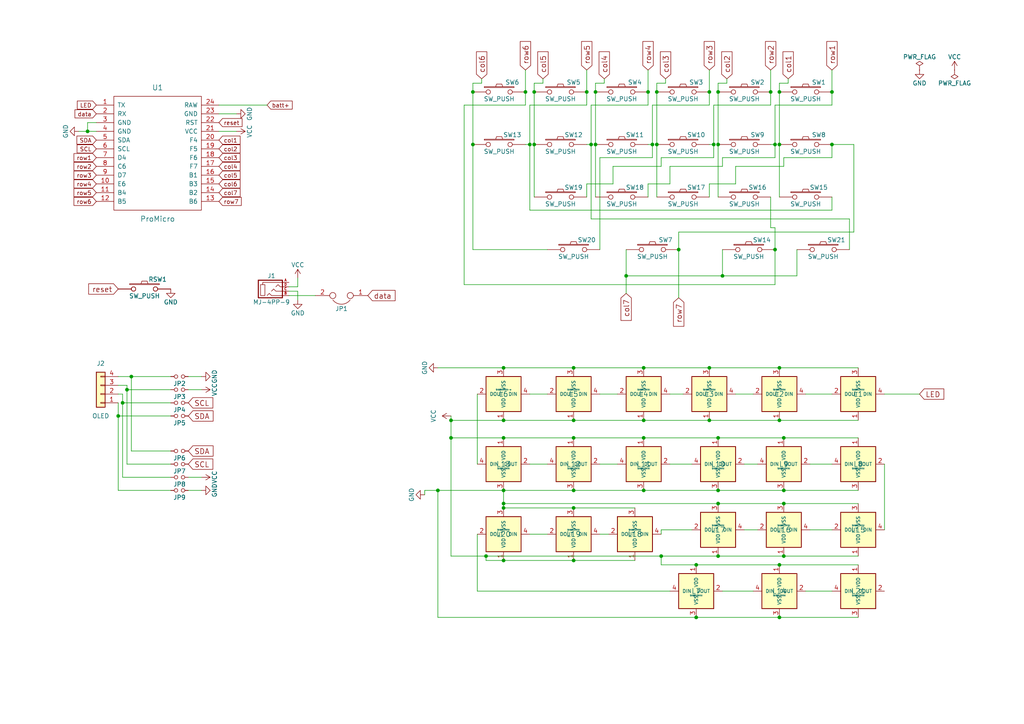
<source format=kicad_sch>
(kicad_sch (version 20230121) (generator eeschema)

  (uuid b2404ab0-025a-473e-9fbb-0abc932972cf)

  (paper "A4")

  (title_block
    (title "Corne Chocolate")
    (date "2018-11-16")
    (rev "2.0")
    (company "foostan")
  )

  (lib_symbols
    (symbol "Connector_Generic:Conn_01x04" (pin_names (offset 1.016) hide) (in_bom yes) (on_board yes)
      (property "Reference" "J" (at 0 5.08 0)
        (effects (font (size 1.27 1.27)))
      )
      (property "Value" "Conn_01x04" (at 0 -7.62 0)
        (effects (font (size 1.27 1.27)))
      )
      (property "Footprint" "" (at 0 0 0)
        (effects (font (size 1.27 1.27)) hide)
      )
      (property "Datasheet" "~" (at 0 0 0)
        (effects (font (size 1.27 1.27)) hide)
      )
      (property "ki_keywords" "connector" (at 0 0 0)
        (effects (font (size 1.27 1.27)) hide)
      )
      (property "ki_description" "Generic connector, single row, 01x04, script generated (kicad-library-utils/schlib/autogen/connector/)" (at 0 0 0)
        (effects (font (size 1.27 1.27)) hide)
      )
      (property "ki_fp_filters" "Connector*:*_1x??_*" (at 0 0 0)
        (effects (font (size 1.27 1.27)) hide)
      )
      (symbol "Conn_01x04_1_1"
        (rectangle (start -1.27 -4.953) (end 0 -5.207)
          (stroke (width 0.1524) (type default))
          (fill (type none))
        )
        (rectangle (start -1.27 -2.413) (end 0 -2.667)
          (stroke (width 0.1524) (type default))
          (fill (type none))
        )
        (rectangle (start -1.27 0.127) (end 0 -0.127)
          (stroke (width 0.1524) (type default))
          (fill (type none))
        )
        (rectangle (start -1.27 2.667) (end 0 2.413)
          (stroke (width 0.1524) (type default))
          (fill (type none))
        )
        (rectangle (start -1.27 3.81) (end 1.27 -6.35)
          (stroke (width 0.254) (type default))
          (fill (type background))
        )
        (pin passive line (at -5.08 2.54 0) (length 3.81)
          (name "Pin_1" (effects (font (size 1.27 1.27))))
          (number "1" (effects (font (size 1.27 1.27))))
        )
        (pin passive line (at -5.08 0 0) (length 3.81)
          (name "Pin_2" (effects (font (size 1.27 1.27))))
          (number "2" (effects (font (size 1.27 1.27))))
        )
        (pin passive line (at -5.08 -2.54 0) (length 3.81)
          (name "Pin_3" (effects (font (size 1.27 1.27))))
          (number "3" (effects (font (size 1.27 1.27))))
        )
        (pin passive line (at -5.08 -5.08 0) (length 3.81)
          (name "Pin_4" (effects (font (size 1.27 1.27))))
          (number "4" (effects (font (size 1.27 1.27))))
        )
      )
    )
    (symbol "corne-chocolate-rescue:Jumper-Device" (pin_names (offset 0.762) hide) (in_bom yes) (on_board yes)
      (property "Reference" "JP" (at 0 3.81 0)
        (effects (font (size 1.27 1.27)))
      )
      (property "Value" "Jumper-Device" (at 0 -2.032 0)
        (effects (font (size 1.27 1.27)))
      )
      (property "Footprint" "" (at 0 0 0)
        (effects (font (size 1.27 1.27)) hide)
      )
      (property "Datasheet" "" (at 0 0 0)
        (effects (font (size 1.27 1.27)) hide)
      )
      (symbol "Jumper-Device_0_1"
        (circle (center -2.54 0) (radius 0.889)
          (stroke (width 0) (type default))
          (fill (type none))
        )
        (arc (start 2.5146 1.27) (mid 0.0078 2.5097) (end -2.4892 1.27)
          (stroke (width 0) (type default))
          (fill (type none))
        )
        (circle (center 2.54 0) (radius 0.889)
          (stroke (width 0) (type default))
          (fill (type none))
        )
        (pin passive line (at -7.62 0 0) (length 4.191)
          (name "1" (effects (font (size 1.27 1.27))))
          (number "1" (effects (font (size 1.27 1.27))))
        )
        (pin passive line (at 7.62 0 180) (length 4.191)
          (name "2" (effects (font (size 1.27 1.27))))
          (number "2" (effects (font (size 1.27 1.27))))
        )
      )
    )
    (symbol "corne-chocolate-rescue:Jumper_NO_Small-Device" (pin_numbers hide) (pin_names (offset 0.762) hide) (in_bom yes) (on_board yes)
      (property "Reference" "JP" (at 0 2.032 0)
        (effects (font (size 1.27 1.27)))
      )
      (property "Value" "Jumper_NO_Small-Device" (at 0.254 -1.524 0)
        (effects (font (size 1.27 1.27)))
      )
      (property "Footprint" "" (at 0 0 0)
        (effects (font (size 1.27 1.27)) hide)
      )
      (property "Datasheet" "" (at 0 0 0)
        (effects (font (size 1.27 1.27)) hide)
      )
      (symbol "Jumper_NO_Small-Device_0_1"
        (circle (center -1.016 0) (radius 0.508)
          (stroke (width 0) (type default))
          (fill (type none))
        )
        (circle (center 1.016 0) (radius 0.508)
          (stroke (width 0) (type default))
          (fill (type none))
        )
        (pin passive line (at -2.54 0 0) (length 1.016)
          (name "1" (effects (font (size 1.27 1.27))))
          (number "1" (effects (font (size 1.27 1.27))))
        )
        (pin passive line (at 2.54 0 180) (length 1.016)
          (name "2" (effects (font (size 1.27 1.27))))
          (number "2" (effects (font (size 1.27 1.27))))
        )
      )
    )
    (symbol "corne-chocolate-rescue:MJ-4PP-9-kbd" (pin_names (offset 1.016)) (in_bom yes) (on_board yes)
      (property "Reference" "J" (at 0 3.81 0)
        (effects (font (size 1.27 1.27)))
      )
      (property "Value" "MJ-4PP-9-kbd" (at 0 -3.81 0)
        (effects (font (size 1.27 1.27)))
      )
      (property "Footprint" "" (at 6.985 4.445 0)
        (effects (font (size 1.27 1.27)) hide)
      )
      (property "Datasheet" "" (at 6.985 4.445 0)
        (effects (font (size 1.27 1.27)) hide)
      )
      (symbol "MJ-4PP-9-kbd_0_1"
        (rectangle (start -1.905 -1.905) (end -3.175 1.27)
          (stroke (width 0) (type default))
          (fill (type none))
        )
        (polyline
          (pts
            (xy -2.54 1.27)
            (xy -2.54 1.905)
            (xy 3.175 1.905)
          )
          (stroke (width 0) (type default))
          (fill (type none))
        )
        (polyline
          (pts
            (xy -1.27 -1.905)
            (xy -0.635 -1.27)
            (xy 0 -1.905)
            (xy 3.175 -1.905)
          )
          (stroke (width 0) (type default))
          (fill (type none))
        )
        (polyline
          (pts
            (xy 0 -0.635)
            (xy 0.635 0)
            (xy 1.27 -0.635)
            (xy 3.175 -0.635)
          )
          (stroke (width 0) (type default))
          (fill (type none))
        )
        (polyline
          (pts
            (xy 1.27 0.635)
            (xy 1.905 1.27)
            (xy 2.54 0.635)
            (xy 3.175 0.635)
          )
          (stroke (width 0) (type default))
          (fill (type none))
        )
        (rectangle (start 3.175 2.54) (end -3.81 -2.54)
          (stroke (width 0.3048) (type default))
          (fill (type none))
        )
      )
      (symbol "MJ-4PP-9-kbd_1_1"
        (pin input line (at 5.08 1.905 180) (length 2.0066)
          (name "~" (effects (font (size 0.508 0.508))))
          (number "A" (effects (font (size 0.7112 0.7112))))
        )
        (pin input line (at 5.08 -1.905 180) (length 2.0066)
          (name "~" (effects (font (size 0.508 0.508))))
          (number "B" (effects (font (size 0.7112 0.7112))))
        )
        (pin input line (at 5.08 -0.635 180) (length 2.0066)
          (name "~" (effects (font (size 0.508 0.508))))
          (number "C" (effects (font (size 0.7112 0.7112))))
        )
        (pin input line (at 5.08 0.635 180) (length 2.0066)
          (name "~" (effects (font (size 0.508 0.508))))
          (number "D" (effects (font (size 0.7112 0.7112))))
        )
      )
    )
    (symbol "corne-chocolate-rescue:ProMicro-kbd" (pin_names (offset 1.016)) (in_bom yes) (on_board yes)
      (property "Reference" "U" (at 0 24.13 0)
        (effects (font (size 1.524 1.524)))
      )
      (property "Value" "ProMicro-kbd" (at 0 -13.97 0)
        (effects (font (size 1.524 1.524)))
      )
      (property "Footprint" "" (at 2.54 -26.67 0)
        (effects (font (size 1.524 1.524)))
      )
      (property "Datasheet" "" (at 2.54 -26.67 0)
        (effects (font (size 1.524 1.524)))
      )
      (symbol "ProMicro-kbd_0_1"
        (rectangle (start -12.7 21.59) (end 12.7 -11.43)
          (stroke (width 0) (type default))
          (fill (type none))
        )
      )
      (symbol "ProMicro-kbd_1_1"
        (pin bidirectional line (at -17.78 19.05 0) (length 5.08)
          (name "TX" (effects (font (size 1.27 1.27))))
          (number "1" (effects (font (size 1.27 1.27))))
        )
        (pin bidirectional line (at -17.78 -3.81 0) (length 5.08)
          (name "E6" (effects (font (size 1.27 1.27))))
          (number "10" (effects (font (size 1.27 1.27))))
        )
        (pin bidirectional line (at -17.78 -6.35 0) (length 5.08)
          (name "B4" (effects (font (size 1.27 1.27))))
          (number "11" (effects (font (size 1.27 1.27))))
        )
        (pin bidirectional line (at -17.78 -8.89 0) (length 5.08)
          (name "B5" (effects (font (size 1.27 1.27))))
          (number "12" (effects (font (size 1.27 1.27))))
        )
        (pin bidirectional line (at 17.78 -8.89 180) (length 5.08)
          (name "B6" (effects (font (size 1.27 1.27))))
          (number "13" (effects (font (size 1.27 1.27))))
        )
        (pin bidirectional line (at 17.78 -6.35 180) (length 5.08)
          (name "B2" (effects (font (size 1.27 1.27))))
          (number "14" (effects (font (size 1.27 1.27))))
        )
        (pin bidirectional line (at 17.78 -3.81 180) (length 5.08)
          (name "B3" (effects (font (size 1.27 1.27))))
          (number "15" (effects (font (size 1.27 1.27))))
        )
        (pin bidirectional line (at 17.78 -1.27 180) (length 5.08)
          (name "B1" (effects (font (size 1.27 1.27))))
          (number "16" (effects (font (size 1.27 1.27))))
        )
        (pin bidirectional line (at 17.78 1.27 180) (length 5.08)
          (name "F7" (effects (font (size 1.27 1.27))))
          (number "17" (effects (font (size 1.27 1.27))))
        )
        (pin bidirectional line (at 17.78 3.81 180) (length 5.08)
          (name "F6" (effects (font (size 1.27 1.27))))
          (number "18" (effects (font (size 1.27 1.27))))
        )
        (pin bidirectional line (at 17.78 6.35 180) (length 5.08)
          (name "F5" (effects (font (size 1.27 1.27))))
          (number "19" (effects (font (size 1.27 1.27))))
        )
        (pin bidirectional line (at -17.78 16.51 0) (length 5.08)
          (name "RX" (effects (font (size 1.27 1.27))))
          (number "2" (effects (font (size 1.27 1.27))))
        )
        (pin bidirectional line (at 17.78 8.89 180) (length 5.08)
          (name "F4" (effects (font (size 1.27 1.27))))
          (number "20" (effects (font (size 1.27 1.27))))
        )
        (pin power_in line (at 17.78 11.43 180) (length 5.08)
          (name "VCC" (effects (font (size 1.27 1.27))))
          (number "21" (effects (font (size 1.27 1.27))))
        )
        (pin input line (at 17.78 13.97 180) (length 5.08)
          (name "RST" (effects (font (size 1.27 1.27))))
          (number "22" (effects (font (size 1.27 1.27))))
        )
        (pin power_in line (at 17.78 16.51 180) (length 5.08)
          (name "GND" (effects (font (size 1.27 1.27))))
          (number "23" (effects (font (size 1.27 1.27))))
        )
        (pin power_out line (at 17.78 19.05 180) (length 5.08)
          (name "RAW" (effects (font (size 1.27 1.27))))
          (number "24" (effects (font (size 1.27 1.27))))
        )
        (pin power_in line (at -17.78 13.97 0) (length 5.08)
          (name "GND" (effects (font (size 1.27 1.27))))
          (number "3" (effects (font (size 1.27 1.27))))
        )
        (pin power_in line (at -17.78 11.43 0) (length 5.08)
          (name "GND" (effects (font (size 1.27 1.27))))
          (number "4" (effects (font (size 1.27 1.27))))
        )
        (pin bidirectional line (at -17.78 8.89 0) (length 5.08)
          (name "SDA" (effects (font (size 1.27 1.27))))
          (number "5" (effects (font (size 1.27 1.27))))
        )
        (pin bidirectional line (at -17.78 6.35 0) (length 5.08)
          (name "SCL" (effects (font (size 1.27 1.27))))
          (number "6" (effects (font (size 1.27 1.27))))
        )
        (pin bidirectional line (at -17.78 3.81 0) (length 5.08)
          (name "D4" (effects (font (size 1.27 1.27))))
          (number "7" (effects (font (size 1.27 1.27))))
        )
        (pin bidirectional line (at -17.78 1.27 0) (length 5.08)
          (name "C6" (effects (font (size 1.27 1.27))))
          (number "8" (effects (font (size 1.27 1.27))))
        )
        (pin bidirectional line (at -17.78 -1.27 0) (length 5.08)
          (name "D7" (effects (font (size 1.27 1.27))))
          (number "9" (effects (font (size 1.27 1.27))))
        )
      )
    )
    (symbol "corne-chocolate-rescue:SW_PUSH-kbd" (pin_numbers hide) (pin_names (offset 1.016) hide) (in_bom yes) (on_board yes)
      (property "Reference" "SW" (at 3.81 2.794 0)
        (effects (font (size 1.27 1.27)))
      )
      (property "Value" "SW_PUSH-kbd" (at 0 -2.032 0)
        (effects (font (size 1.27 1.27)))
      )
      (property "Footprint" "" (at 0 0 0)
        (effects (font (size 1.27 1.27)))
      )
      (property "Datasheet" "" (at 0 0 0)
        (effects (font (size 1.27 1.27)))
      )
      (symbol "SW_PUSH-kbd_0_1"
        (rectangle (start -4.318 1.27) (end 4.318 1.524)
          (stroke (width 0) (type default))
          (fill (type none))
        )
        (polyline
          (pts
            (xy -1.016 1.524)
            (xy -0.762 2.286)
            (xy 0.762 2.286)
            (xy 1.016 1.524)
          )
          (stroke (width 0) (type default))
          (fill (type none))
        )
        (pin passive inverted (at -7.62 0 0) (length 5.08)
          (name "1" (effects (font (size 1.27 1.27))))
          (number "1" (effects (font (size 1.27 1.27))))
        )
        (pin passive inverted (at 7.62 0 180) (length 5.08)
          (name "2" (effects (font (size 1.27 1.27))))
          (number "2" (effects (font (size 1.27 1.27))))
        )
      )
    )
    (symbol "kbd:YS-SK6812MINI-E" (pin_names (offset 1.016)) (in_bom yes) (on_board yes)
      (property "Reference" "LED" (at 2.54 -7.62 0)
        (effects (font (size 0.7366 0.7366)))
      )
      (property "Value" "YS-SK6812MINI-E" (at 6.35 -6.35 0)
        (effects (font (size 0.7366 0.7366)))
      )
      (property "Footprint" "" (at 2.54 -6.35 0)
        (effects (font (size 1.27 1.27)) hide)
      )
      (property "Datasheet" "" (at 2.54 -6.35 0)
        (effects (font (size 1.27 1.27)) hide)
      )
      (symbol "YS-SK6812MINI-E_0_1"
        (rectangle (start -5.08 5.08) (end 5.08 -5.08)
          (stroke (width 0.254) (type solid))
          (fill (type background))
        )
      )
      (symbol "YS-SK6812MINI-E_1_1"
        (pin power_in line (at 0 7.62 270) (length 2.54)
          (name "VDD" (effects (font (size 0.9906 0.9906))))
          (number "1" (effects (font (size 1.27 1.27))))
        )
        (pin output line (at 7.62 0 180) (length 2.54)
          (name "DOUT" (effects (font (size 0.9906 0.9906))))
          (number "2" (effects (font (size 1.27 1.27))))
        )
        (pin power_in line (at 0 -7.62 90) (length 2.54)
          (name "VSS" (effects (font (size 0.9906 0.9906))))
          (number "3" (effects (font (size 1.27 1.27))))
        )
        (pin input line (at -7.62 0 0) (length 2.54)
          (name "DIN" (effects (font (size 0.9906 0.9906))))
          (number "4" (effects (font (size 1.27 1.27))))
        )
      )
    )
    (symbol "power:GND" (power) (pin_names (offset 0)) (in_bom yes) (on_board yes)
      (property "Reference" "#PWR" (at 0 -6.35 0)
        (effects (font (size 1.27 1.27)) hide)
      )
      (property "Value" "GND" (at 0 -3.81 0)
        (effects (font (size 1.27 1.27)))
      )
      (property "Footprint" "" (at 0 0 0)
        (effects (font (size 1.27 1.27)) hide)
      )
      (property "Datasheet" "" (at 0 0 0)
        (effects (font (size 1.27 1.27)) hide)
      )
      (property "ki_keywords" "global power" (at 0 0 0)
        (effects (font (size 1.27 1.27)) hide)
      )
      (property "ki_description" "Power symbol creates a global label with name \"GND\" , ground" (at 0 0 0)
        (effects (font (size 1.27 1.27)) hide)
      )
      (symbol "GND_0_1"
        (polyline
          (pts
            (xy 0 0)
            (xy 0 -1.27)
            (xy 1.27 -1.27)
            (xy 0 -2.54)
            (xy -1.27 -1.27)
            (xy 0 -1.27)
          )
          (stroke (width 0) (type default))
          (fill (type none))
        )
      )
      (symbol "GND_1_1"
        (pin power_in line (at 0 0 270) (length 0) hide
          (name "GND" (effects (font (size 1.27 1.27))))
          (number "1" (effects (font (size 1.27 1.27))))
        )
      )
    )
    (symbol "power:PWR_FLAG" (power) (pin_numbers hide) (pin_names (offset 0) hide) (in_bom yes) (on_board yes)
      (property "Reference" "#FLG" (at 0 1.905 0)
        (effects (font (size 1.27 1.27)) hide)
      )
      (property "Value" "PWR_FLAG" (at 0 3.81 0)
        (effects (font (size 1.27 1.27)))
      )
      (property "Footprint" "" (at 0 0 0)
        (effects (font (size 1.27 1.27)) hide)
      )
      (property "Datasheet" "~" (at 0 0 0)
        (effects (font (size 1.27 1.27)) hide)
      )
      (property "ki_keywords" "flag power" (at 0 0 0)
        (effects (font (size 1.27 1.27)) hide)
      )
      (property "ki_description" "Special symbol for telling ERC where power comes from" (at 0 0 0)
        (effects (font (size 1.27 1.27)) hide)
      )
      (symbol "PWR_FLAG_0_0"
        (pin power_out line (at 0 0 90) (length 0)
          (name "pwr" (effects (font (size 1.27 1.27))))
          (number "1" (effects (font (size 1.27 1.27))))
        )
      )
      (symbol "PWR_FLAG_0_1"
        (polyline
          (pts
            (xy 0 0)
            (xy 0 1.27)
            (xy -1.016 1.905)
            (xy 0 2.54)
            (xy 1.016 1.905)
            (xy 0 1.27)
          )
          (stroke (width 0) (type default))
          (fill (type none))
        )
      )
    )
    (symbol "power:VCC" (power) (pin_names (offset 0)) (in_bom yes) (on_board yes)
      (property "Reference" "#PWR" (at 0 -3.81 0)
        (effects (font (size 1.27 1.27)) hide)
      )
      (property "Value" "VCC" (at 0 3.81 0)
        (effects (font (size 1.27 1.27)))
      )
      (property "Footprint" "" (at 0 0 0)
        (effects (font (size 1.27 1.27)) hide)
      )
      (property "Datasheet" "" (at 0 0 0)
        (effects (font (size 1.27 1.27)) hide)
      )
      (property "ki_keywords" "global power" (at 0 0 0)
        (effects (font (size 1.27 1.27)) hide)
      )
      (property "ki_description" "Power symbol creates a global label with name \"VCC\"" (at 0 0 0)
        (effects (font (size 1.27 1.27)) hide)
      )
      (symbol "VCC_0_1"
        (polyline
          (pts
            (xy -0.762 1.27)
            (xy 0 2.54)
          )
          (stroke (width 0) (type default))
          (fill (type none))
        )
        (polyline
          (pts
            (xy 0 0)
            (xy 0 2.54)
          )
          (stroke (width 0) (type default))
          (fill (type none))
        )
        (polyline
          (pts
            (xy 0 2.54)
            (xy 0.762 1.27)
          )
          (stroke (width 0) (type default))
          (fill (type none))
        )
      )
      (symbol "VCC_1_1"
        (pin power_in line (at 0 0 90) (length 0) hide
          (name "VCC" (effects (font (size 1.27 1.27))))
          (number "1" (effects (font (size 1.27 1.27))))
        )
      )
    )
  )

  (junction (at 227.33 142.24) (diameter 0) (color 0 0 0 0)
    (uuid 00cc381c-eaf9-45c3-8b36-a0fe6219da92)
  )
  (junction (at 153.67 41.91) (diameter 0) (color 0 0 0 0)
    (uuid 011c905e-b269-48ec-b76e-9ad1575f5a12)
  )
  (junction (at 152.4 26.67) (diameter 0) (color 0 0 0 0)
    (uuid 046bd935-8b7f-4e5b-a2ca-15b4e6fc6c31)
  )
  (junction (at 207.01 41.91) (diameter 0) (color 0 0 0 0)
    (uuid 080e1319-0b51-4744-a93a-95f2399118b4)
  )
  (junction (at 227.33 127) (diameter 0) (color 0 0 0 0)
    (uuid 0ba4ad38-d2c7-4d75-b612-f48d28d670e0)
  )
  (junction (at 226.06 121.92) (diameter 0) (color 0 0 0 0)
    (uuid 0f17300e-5af4-41f2-91c4-eb350b2f6656)
  )
  (junction (at 226.06 26.67) (diameter 0) (color 0 0 0 0)
    (uuid 1112d637-13c1-46d0-ac55-62f6237fac25)
  )
  (junction (at 146.05 106.68) (diameter 0) (color 0 0 0 0)
    (uuid 120b5c1b-e99d-4723-8fea-c28fed8de137)
  )
  (junction (at 186.69 142.24) (diameter 0) (color 0 0 0 0)
    (uuid 12af9363-2e56-4770-8f3b-61dcff840350)
  )
  (junction (at 226.06 163.83) (diameter 0) (color 0 0 0 0)
    (uuid 14fa3111-5d8d-4991-8c1e-48b1bbc7f611)
  )
  (junction (at 227.33 146.05) (diameter 0) (color 0 0 0 0)
    (uuid 164daf8f-2ff5-4f6d-a17c-81b4e90b2f1d)
  )
  (junction (at 36.83 113.03) (diameter 0) (color 0 0 0 0)
    (uuid 176e19fe-32a8-4334-9f04-b4f2209f67e1)
  )
  (junction (at 226.06 179.07) (diameter 0) (color 0 0 0 0)
    (uuid 17c4a3c1-9e9d-4451-8fe5-fe1565a16889)
  )
  (junction (at 186.69 106.68) (diameter 0) (color 0 0 0 0)
    (uuid 19038fe6-6924-436b-927f-bd0dd62b1015)
  )
  (junction (at 146.05 121.92) (diameter 0) (color 0 0 0 0)
    (uuid 19ad6629-fab1-47d2-86b6-c3ed7185346c)
  )
  (junction (at 172.72 26.67) (diameter 0) (color 0 0 0 0)
    (uuid 19f87765-1c0b-430b-8943-7bc999c63922)
  )
  (junction (at 25.4 38.1) (diameter 0) (color 0 0 0 0)
    (uuid 1af138e8-72ba-47f3-b88d-03a07022d359)
  )
  (junction (at 208.28 26.67) (diameter 0) (color 0 0 0 0)
    (uuid 1d95f8c2-b10e-4754-9fae-47ec956ba32c)
  )
  (junction (at 154.94 41.91) (diameter 0) (color 0 0 0 0)
    (uuid 21d424f9-1905-4eed-8b0b-7f70ef930c6c)
  )
  (junction (at 146.05 127) (diameter 0) (color 0 0 0 0)
    (uuid 2a6f9912-7e11-4960-bc8f-8bb94329f0b3)
  )
  (junction (at 35.56 116.84) (diameter 0) (color 0 0 0 0)
    (uuid 2d43c9f3-49ab-4a6c-886e-2240af0f0f8d)
  )
  (junction (at 146.05 146.05) (diameter 0) (color 0 0 0 0)
    (uuid 2feabe96-7f01-4995-9c4b-45d013c52fb6)
  )
  (junction (at 205.74 26.67) (diameter 0) (color 0 0 0 0)
    (uuid 3363808f-09aa-47a6-81e6-f75b2b608724)
  )
  (junction (at 208.28 127) (diameter 0) (color 0 0 0 0)
    (uuid 434ae014-18dc-4369-ac4c-8e9561cd0fa0)
  )
  (junction (at 186.69 121.92) (diameter 0) (color 0 0 0 0)
    (uuid 43ae2c5b-8e7e-47ff-a456-5eb9990f8600)
  )
  (junction (at 187.96 26.67) (diameter 0) (color 0 0 0 0)
    (uuid 47cd16fb-f34c-4859-8fb8-ddb392617f24)
  )
  (junction (at 241.3 41.91) (diameter 0) (color 0 0 0 0)
    (uuid 52e01439-4f21-4005-9c4b-5dc6a25786b9)
  )
  (junction (at 189.23 41.91) (diameter 0) (color 0 0 0 0)
    (uuid 54c437f9-c707-4539-a101-00c73cd58ae0)
  )
  (junction (at 170.18 26.67) (diameter 0) (color 0 0 0 0)
    (uuid 5570b2de-5888-4c28-b2a4-402e9daf0ec6)
  )
  (junction (at 140.97 161.29) (diameter 0) (color 0 0 0 0)
    (uuid 57bdc756-b723-403c-9135-a700d61dbc6a)
  )
  (junction (at 166.37 106.68) (diameter 0) (color 0 0 0 0)
    (uuid 5cf736d8-b5af-48ac-948c-bc63370385d9)
  )
  (junction (at 130.81 121.92) (diameter 0) (color 0 0 0 0)
    (uuid 5ea524ac-1b71-4863-a4a4-09c407ad1402)
  )
  (junction (at 224.79 41.91) (diameter 0) (color 0 0 0 0)
    (uuid 5faa61c8-55ed-4a7b-8556-fb33b44422f0)
  )
  (junction (at 208.28 41.91) (diameter 0) (color 0 0 0 0)
    (uuid 601a2f82-15f2-4c24-b273-be7eed9ec51d)
  )
  (junction (at 137.16 41.91) (diameter 0) (color 0 0 0 0)
    (uuid 646fac61-931f-4cf9-b974-2b6c660ed3a2)
  )
  (junction (at 227.33 161.29) (diameter 0) (color 0 0 0 0)
    (uuid 6b97ff0b-0b60-425c-81fc-dad58a7a7df3)
  )
  (junction (at 146.05 142.24) (diameter 0) (color 0 0 0 0)
    (uuid 6f012ade-6587-4537-9611-567cfb12db1a)
  )
  (junction (at 196.85 72.39) (diameter 0) (color 0 0 0 0)
    (uuid 77136996-2c4d-4d85-92e4-8f44f44cf8e9)
  )
  (junction (at 166.37 147.32) (diameter 0) (color 0 0 0 0)
    (uuid 778cc75d-d3f8-440a-a084-591fa86b8f07)
  )
  (junction (at 208.28 161.29) (diameter 0) (color 0 0 0 0)
    (uuid 7d8aad12-27bf-4cf3-be23-0742144fcd3f)
  )
  (junction (at 190.5 26.67) (diameter 0) (color 0 0 0 0)
    (uuid 816437a0-7171-4280-8710-eff0f6319ed0)
  )
  (junction (at 201.93 163.83) (diameter 0) (color 0 0 0 0)
    (uuid 85920896-97eb-43e9-b1ba-cb9b7dc32339)
  )
  (junction (at 226.06 106.68) (diameter 0) (color 0 0 0 0)
    (uuid 863f4cd0-6402-403e-bf02-14d716614815)
  )
  (junction (at 137.16 26.67) (diameter 0) (color 0 0 0 0)
    (uuid 900602f9-5b51-46b3-a143-99b92175a015)
  )
  (junction (at 241.3 26.67) (diameter 0) (color 0 0 0 0)
    (uuid 948a961d-b14b-405d-a7d7-fa7324ec431c)
  )
  (junction (at 166.37 142.24) (diameter 0) (color 0 0 0 0)
    (uuid 96696ee2-d5d9-44f8-8276-9a776d119df8)
  )
  (junction (at 34.29 120.65) (diameter 0) (color 0 0 0 0)
    (uuid 9c726ab5-abb9-489d-a483-4b6402ea590a)
  )
  (junction (at 224.79 72.39) (diameter 0) (color 0 0 0 0)
    (uuid a0139194-71d2-4147-8b73-da1e240acb84)
  )
  (junction (at 205.74 106.68) (diameter 0) (color 0 0 0 0)
    (uuid a7558539-35ef-4c01-b6c0-10a2ad565884)
  )
  (junction (at 181.61 80.01) (diameter 0) (color 0 0 0 0)
    (uuid aab2e61e-53b9-469e-a3cf-fcae737bc066)
  )
  (junction (at 38.1 109.22) (diameter 0) (color 0 0 0 0)
    (uuid b11a1c63-477d-44ed-ba36-1d2afd297024)
  )
  (junction (at 201.93 179.07) (diameter 0) (color 0 0 0 0)
    (uuid b1b11c2b-0154-472b-9b4b-9955601b3e0f)
  )
  (junction (at 127 142.24) (diameter 0) (color 0 0 0 0)
    (uuid c23da027-cad9-4968-a6fc-989df6f13338)
  )
  (junction (at 154.94 26.67) (diameter 0) (color 0 0 0 0)
    (uuid c48ce81a-b46c-4345-9252-4ce807658d27)
  )
  (junction (at 146.05 147.32) (diameter 0) (color 0 0 0 0)
    (uuid c4fd52b3-2aa2-4339-af65-f4544958ef64)
  )
  (junction (at 166.37 127) (diameter 0) (color 0 0 0 0)
    (uuid c57cfef4-d114-4560-8f60-69e3ea36a51e)
  )
  (junction (at 166.37 162.56) (diameter 0) (color 0 0 0 0)
    (uuid c637997c-231c-4c19-aec3-c338dc5da7b4)
  )
  (junction (at 226.06 41.91) (diameter 0) (color 0 0 0 0)
    (uuid c9bdeb72-0a3c-41ca-8968-fdbfd0a3e752)
  )
  (junction (at 205.74 121.92) (diameter 0) (color 0 0 0 0)
    (uuid cfcd258e-2ebe-478c-be58-adeb4ed57449)
  )
  (junction (at 190.5 41.91) (diameter 0) (color 0 0 0 0)
    (uuid d02cf5ff-d54f-42f1-aa33-fbfdd6f2291b)
  )
  (junction (at 191.77 161.29) (diameter 0) (color 0 0 0 0)
    (uuid d247e901-347f-4409-9c00-7a9a124df4b5)
  )
  (junction (at 223.52 26.67) (diameter 0) (color 0 0 0 0)
    (uuid d352b5bc-6a61-4fd9-9a7d-ca6632566f98)
  )
  (junction (at 166.37 121.92) (diameter 0) (color 0 0 0 0)
    (uuid d3cdd565-b6b5-4f4c-be0c-f341f0096596)
  )
  (junction (at 186.69 127) (diameter 0) (color 0 0 0 0)
    (uuid d7af3b6c-3284-458a-a086-b4d0dfe2fa8f)
  )
  (junction (at 208.28 142.24) (diameter 0) (color 0 0 0 0)
    (uuid de07576d-358d-4d41-839d-b267b0c05a1b)
  )
  (junction (at 208.28 146.05) (diameter 0) (color 0 0 0 0)
    (uuid e0132be6-d280-4987-ae2e-219ff6e012ab)
  )
  (junction (at 146.05 162.56) (diameter 0) (color 0 0 0 0)
    (uuid e0d88e23-d93b-42de-85b3-b5ba951469a2)
  )
  (junction (at 209.55 80.01) (diameter 0) (color 0 0 0 0)
    (uuid f220fb4d-eb7f-4a9e-b750-ecac36652092)
  )
  (junction (at 130.81 127) (diameter 0) (color 0 0 0 0)
    (uuid f76bad1b-2f5f-439b-9da6-b03a947d44ff)
  )
  (junction (at 171.45 41.91) (diameter 0) (color 0 0 0 0)
    (uuid f9b143ce-b032-4c7a-b862-434bfc208e6c)
  )
  (junction (at 172.72 41.91) (diameter 0) (color 0 0 0 0)
    (uuid fa11c0a9-47f7-4256-9c13-07a5aa4ae701)
  )

  (wire (pts (xy 146.05 142.24) (xy 127 142.24))
    (stroke (width 0) (type default))
    (uuid 014d61fc-17e5-4dfd-96ae-20fdda895c61)
  )
  (wire (pts (xy 210.82 24.13) (xy 208.28 24.13))
    (stroke (width 0) (type default))
    (uuid 01b38346-a16e-4700-a7c3-9f20d1dd0c5f)
  )
  (wire (pts (xy 27.94 35.56) (xy 25.4 35.56))
    (stroke (width 0) (type default))
    (uuid 022f3a30-9f20-4c08-9163-7e4442e57a6a)
  )
  (wire (pts (xy 177.8 53.34) (xy 170.18 53.34))
    (stroke (width 0) (type default))
    (uuid 02aafefc-fe71-476b-be6b-2bf43297f7b6)
  )
  (wire (pts (xy 34.29 109.22) (xy 38.1 109.22))
    (stroke (width 0) (type default))
    (uuid 03179c63-682d-4eb5-a3f3-a2e9a27a85aa)
  )
  (wire (pts (xy 49.53 116.84) (xy 35.56 116.84))
    (stroke (width 0) (type default))
    (uuid 045d9307-7ea6-42bb-94bc-32d66479197a)
  )
  (wire (pts (xy 241.3 41.91) (xy 241.3 45.72))
    (stroke (width 0) (type default))
    (uuid 05eae1b8-d656-4da2-8963-7986396f91e4)
  )
  (wire (pts (xy 134.62 30.48) (xy 134.62 82.55))
    (stroke (width 0) (type default))
    (uuid 0735f4d6-cf5b-457d-8260-67b04990a6fd)
  )
  (wire (pts (xy 193.04 24.13) (xy 190.5 24.13))
    (stroke (width 0) (type default))
    (uuid 07d1728c-b3be-40e7-9ee3-0b2306974959)
  )
  (wire (pts (xy 191.77 45.72) (xy 191.77 48.26))
    (stroke (width 0) (type default))
    (uuid 0809e114-e60a-4505-8c27-a0e6f719af07)
  )
  (wire (pts (xy 166.37 142.24) (xy 146.05 142.24))
    (stroke (width 0) (type default))
    (uuid 082fa9bf-2302-410f-87dd-152af1870da8)
  )
  (wire (pts (xy 137.16 26.67) (xy 137.16 41.91))
    (stroke (width 0) (type default))
    (uuid 08cfb3b3-10c4-4bcd-9d04-f4bcf681c90a)
  )
  (wire (pts (xy 186.69 106.68) (xy 205.74 106.68))
    (stroke (width 0) (type default))
    (uuid 0bbfa13b-b2bd-4184-8900-56a9a0a51acc)
  )
  (wire (pts (xy 223.52 66.04) (xy 224.79 66.04))
    (stroke (width 0) (type default))
    (uuid 0d64b684-2270-482d-90a9-57f944164c58)
  )
  (wire (pts (xy 226.06 106.68) (xy 248.92 106.68))
    (stroke (width 0) (type default))
    (uuid 0df729a5-b649-44d5-8c35-8c8b386096cc)
  )
  (wire (pts (xy 54.61 138.43) (xy 58.42 138.43))
    (stroke (width 0) (type default))
    (uuid 0ef45306-4a6f-4b12-a6b3-08e2f99173bb)
  )
  (wire (pts (xy 241.3 20.32) (xy 241.3 26.67))
    (stroke (width 0) (type default))
    (uuid 0ffe4191-7664-4425-8ab7-8d16f256b90e)
  )
  (wire (pts (xy 246.38 63.5) (xy 171.45 63.5))
    (stroke (width 0) (type default))
    (uuid 10f351b0-6975-4464-a3c7-027e970f8934)
  )
  (wire (pts (xy 83.82 85.725) (xy 91.44 85.725))
    (stroke (width 0) (type default))
    (uuid 10f3e68b-27d0-4094-901e-f3209c0213ad)
  )
  (wire (pts (xy 233.68 171.45) (xy 241.3 171.45))
    (stroke (width 0) (type default))
    (uuid 11fcb5d5-3df2-4489-8301-2a69811bc4b2)
  )
  (wire (pts (xy 227.33 161.29) (xy 208.28 161.29))
    (stroke (width 0) (type default))
    (uuid 120cb5f0-f379-4df0-a99a-d866712a3ded)
  )
  (wire (pts (xy 173.99 45.72) (xy 173.99 72.39))
    (stroke (width 0) (type default))
    (uuid 14c1594f-24aa-4599-a383-3f841309addb)
  )
  (wire (pts (xy 241.3 45.72) (xy 227.33 45.72))
    (stroke (width 0) (type default))
    (uuid 150ba821-03cf-4e72-bf7a-3dddd80ca275)
  )
  (wire (pts (xy 86.36 83.185) (xy 86.36 80.645))
    (stroke (width 0) (type default))
    (uuid 15b4f2cd-76bd-4afd-8f6c-1f95b919a046)
  )
  (wire (pts (xy 256.54 134.62) (xy 256.54 153.67))
    (stroke (width 0) (type default))
    (uuid 15e09c6f-4860-4e86-bf93-193d6058a8ea)
  )
  (wire (pts (xy 205.74 20.32) (xy 205.74 26.67))
    (stroke (width 0) (type default))
    (uuid 1793dfa9-b477-42a7-93af-1cfe7a31a94b)
  )
  (wire (pts (xy 248.92 161.29) (xy 227.33 161.29))
    (stroke (width 0) (type default))
    (uuid 1797186f-7051-455c-848d-bfe4a364cca2)
  )
  (wire (pts (xy 226.06 41.91) (xy 226.06 57.15))
    (stroke (width 0) (type default))
    (uuid 18f7f36f-85a9-4516-ab65-1dda5d7beced)
  )
  (wire (pts (xy 139.7 24.13) (xy 137.16 24.13))
    (stroke (width 0) (type default))
    (uuid 1913c868-9427-4632-a862-eb237480a85a)
  )
  (wire (pts (xy 146.05 127) (xy 130.81 127))
    (stroke (width 0) (type default))
    (uuid 1c337131-533e-4521-a5f0-36663631b18b)
  )
  (wire (pts (xy 189.23 45.72) (xy 173.99 45.72))
    (stroke (width 0) (type default))
    (uuid 1cd515f6-a85e-45e9-aebf-28b2b4408d59)
  )
  (wire (pts (xy 157.48 22.86) (xy 157.48 24.13))
    (stroke (width 0) (type default))
    (uuid 1ed95729-e4c8-4004-83b3-15468778ec12)
  )
  (wire (pts (xy 166.37 121.92) (xy 146.05 121.92))
    (stroke (width 0) (type default))
    (uuid 202d184d-2637-4f4f-96dd-76fd5d5409dc)
  )
  (wire (pts (xy 193.04 24.13) (xy 193.04 22.86))
    (stroke (width 0) (type default))
    (uuid 20e3dc3a-a06f-4852-886d-6dec0de1fac8)
  )
  (wire (pts (xy 54.61 113.03) (xy 58.42 113.03))
    (stroke (width 0) (type default))
    (uuid 2220fc96-279a-4c74-a936-77602dd77d84)
  )
  (wire (pts (xy 187.96 26.67) (xy 187.96 30.48))
    (stroke (width 0) (type default))
    (uuid 22ad1443-809c-47de-821c-c7efcd36c46e)
  )
  (wire (pts (xy 241.3 60.96) (xy 241.3 57.15))
    (stroke (width 0) (type default))
    (uuid 22ba7ca1-227f-4915-9cc5-2a6b36cad1f3)
  )
  (wire (pts (xy 49.53 120.65) (xy 34.29 120.65))
    (stroke (width 0) (type default))
    (uuid 244e1f51-527b-47b2-a269-9a5138b7873d)
  )
  (wire (pts (xy 187.96 20.32) (xy 187.96 26.67))
    (stroke (width 0) (type default))
    (uuid 24d7ea75-f0b3-48c9-878d-dec7fb8b7cd2)
  )
  (wire (pts (xy 63.5 33.02) (xy 68.58 33.02))
    (stroke (width 0) (type default))
    (uuid 25014321-69e1-4e91-99dd-8f547d6c394d)
  )
  (wire (pts (xy 189.23 30.48) (xy 189.23 41.91))
    (stroke (width 0) (type default))
    (uuid 258aa3c7-4e45-4399-9fd3-b23221913ca6)
  )
  (wire (pts (xy 63.5 30.48) (xy 77.47 30.48))
    (stroke (width 0) (type default))
    (uuid 259995d6-bfb0-491d-9cb1-0b9ad603c2ae)
  )
  (wire (pts (xy 209.55 45.72) (xy 209.55 48.26))
    (stroke (width 0) (type default))
    (uuid 26cff859-3557-4b39-8d62-9ffec6c9ce45)
  )
  (wire (pts (xy 187.96 30.48) (xy 171.45 30.48))
    (stroke (width 0) (type default))
    (uuid 27da3819-2252-40f5-8d28-73972324fef9)
  )
  (wire (pts (xy 166.37 106.68) (xy 186.69 106.68))
    (stroke (width 0) (type default))
    (uuid 29484caf-525c-4efd-b3bc-ff50fdebd08b)
  )
  (wire (pts (xy 63.5 38.1) (xy 68.58 38.1))
    (stroke (width 0) (type default))
    (uuid 2c264e66-5294-4cb8-996a-164dfbf2450e)
  )
  (wire (pts (xy 208.28 146.05) (xy 146.05 146.05))
    (stroke (width 0) (type default))
    (uuid 2c661dc9-c75c-47bf-805a-59cdb4ee25b4)
  )
  (wire (pts (xy 213.36 114.3) (xy 218.44 114.3))
    (stroke (width 0) (type default))
    (uuid 2c70c969-e81e-485a-8765-b6724817692b)
  )
  (wire (pts (xy 36.83 111.76) (xy 36.83 113.03))
    (stroke (width 0) (type default))
    (uuid 2f5ef04c-17eb-44ba-9e6d-ea5cf50b020f)
  )
  (wire (pts (xy 54.61 109.22) (xy 58.42 109.22))
    (stroke (width 0) (type default))
    (uuid 300f201f-4f37-4ee3-8fa3-02a6d413f260)
  )
  (wire (pts (xy 130.81 127) (xy 130.81 161.29))
    (stroke (width 0) (type default))
    (uuid 326f3aa4-4d99-4e35-9e0c-58a29083ecf9)
  )
  (wire (pts (xy 189.23 41.91) (xy 187.96 41.91))
    (stroke (width 0) (type default))
    (uuid 34b8c0dd-7c40-4223-a8d4-eb649ab366da)
  )
  (wire (pts (xy 208.28 24.13) (xy 208.28 26.67))
    (stroke (width 0) (type default))
    (uuid 3500160f-f1b7-42f3-9121-4796d09c23c6)
  )
  (wire (pts (xy 208.28 41.91) (xy 208.28 57.15))
    (stroke (width 0) (type default))
    (uuid 351dcc83-cb70-4bc0-9de3-217fdb5ae862)
  )
  (wire (pts (xy 226.06 121.92) (xy 205.74 121.92))
    (stroke (width 0) (type default))
    (uuid 368b9f45-1979-4724-b1eb-53ff21b3cefe)
  )
  (wire (pts (xy 190.5 24.13) (xy 190.5 26.67))
    (stroke (width 0) (type default))
    (uuid 36a181ea-3a12-4645-8777-936b9411140f)
  )
  (wire (pts (xy 173.99 134.62) (xy 179.07 134.62))
    (stroke (width 0) (type default))
    (uuid 36a937b7-76fb-46c9-b6d9-34311be38c90)
  )
  (wire (pts (xy 196.85 67.31) (xy 247.65 67.31))
    (stroke (width 0) (type default))
    (uuid 36df92a3-2ecc-4ce6-b2ce-96676ec849b7)
  )
  (wire (pts (xy 34.29 114.3) (xy 35.56 114.3))
    (stroke (width 0) (type default))
    (uuid 37a598ed-3862-4643-8134-40b58c8554c9)
  )
  (wire (pts (xy 35.56 114.3) (xy 35.56 116.84))
    (stroke (width 0) (type default))
    (uuid 3b3da099-46ed-49b3-817e-eb2c3b2980f7)
  )
  (wire (pts (xy 153.67 154.94) (xy 158.75 154.94))
    (stroke (width 0) (type default))
    (uuid 3b4470fd-ecfb-4f75-ade1-94dd9503b78b)
  )
  (wire (pts (xy 154.94 41.91) (xy 154.94 57.15))
    (stroke (width 0) (type default))
    (uuid 3bf3023c-db4f-435d-a728-674afdc8c7b2)
  )
  (wire (pts (xy 210.82 22.86) (xy 210.82 24.13))
    (stroke (width 0) (type default))
    (uuid 3fdf00c8-a8dc-43e7-b1e4-47d9dff4d518)
  )
  (wire (pts (xy 248.92 127) (xy 227.33 127))
    (stroke (width 0) (type default))
    (uuid 4115fa12-7384-46e6-8303-402264af6680)
  )
  (wire (pts (xy 246.38 72.39) (xy 246.38 63.5))
    (stroke (width 0) (type default))
    (uuid 444981f1-f6fc-4cd4-bd49-70a7f08d6e09)
  )
  (wire (pts (xy 226.06 24.13) (xy 226.06 26.67))
    (stroke (width 0) (type default))
    (uuid 445e87cf-8256-43f0-9009-121f94dc1ff3)
  )
  (wire (pts (xy 152.4 20.32) (xy 152.4 26.67))
    (stroke (width 0) (type default))
    (uuid 448b17cb-301f-43b2-9be6-c9aae5c2f807)
  )
  (wire (pts (xy 36.83 113.03) (xy 36.83 134.62))
    (stroke (width 0) (type default))
    (uuid 4635c5c2-bcec-4104-9a26-8c435c3bf5ab)
  )
  (wire (pts (xy 227.33 48.26) (xy 213.36 48.26))
    (stroke (width 0) (type default))
    (uuid 4812082a-811e-4a9d-83d5-309a1a6a9fa4)
  )
  (wire (pts (xy 153.67 114.3) (xy 158.75 114.3))
    (stroke (width 0) (type default))
    (uuid 491303e4-28e8-4447-95be-a0a2b7cc11ea)
  )
  (wire (pts (xy 227.33 45.72) (xy 227.33 48.26))
    (stroke (width 0) (type default))
    (uuid 4b9664cb-03a3-4220-8c41-b73862bff745)
  )
  (wire (pts (xy 181.61 85.09) (xy 181.61 80.01))
    (stroke (width 0) (type default))
    (uuid 4be79785-11fe-4b08-a0b5-bf12b26ff59c)
  )
  (wire (pts (xy 137.16 72.39) (xy 137.16 41.91))
    (stroke (width 0) (type default))
    (uuid 4c1ac5a6-3535-492a-82d8-fb4412ccdd58)
  )
  (wire (pts (xy 207.01 45.72) (xy 191.77 45.72))
    (stroke (width 0) (type default))
    (uuid 4c7864f2-5a71-44f8-817d-a7284a565446)
  )
  (wire (pts (xy 38.1 109.22) (xy 38.1 130.81))
    (stroke (width 0) (type default))
    (uuid 4c8981b3-03cc-4c3c-9a58-759a45304617)
  )
  (wire (pts (xy 140.97 161.29) (xy 130.81 161.29))
    (stroke (width 0) (type default))
    (uuid 4e093d85-7ccf-4252-91c5-fde7d53bd144)
  )
  (wire (pts (xy 86.36 84.455) (xy 86.36 86.995))
    (stroke (width 0) (type default))
    (uuid 4ea543ee-002a-4b79-84b5-420860308975)
  )
  (wire (pts (xy 175.26 22.86) (xy 175.26 24.13))
    (stroke (width 0) (type default))
    (uuid 4f10e42c-221b-480a-bd5c-003555a4ac8d)
  )
  (wire (pts (xy 172.72 24.13) (xy 172.72 26.67))
    (stroke (width 0) (type default))
    (uuid 4f2fc57c-f36b-48f7-8323-09595ccf167b)
  )
  (wire (pts (xy 208.28 161.29) (xy 191.77 161.29))
    (stroke (width 0) (type default))
    (uuid 50133b64-85c6-4bb7-a242-dfead6aecece)
  )
  (wire (pts (xy 184.15 147.32) (xy 166.37 147.32))
    (stroke (width 0) (type default))
    (uuid 5067df11-93cc-4088-9b09-50dd57ebe5a5)
  )
  (wire (pts (xy 205.74 53.34) (xy 205.74 57.15))
    (stroke (width 0) (type default))
    (uuid 510f100e-df00-4ea4-99fe-0673d4d68d8a)
  )
  (wire (pts (xy 226.06 179.07) (xy 201.93 179.07))
    (stroke (width 0) (type default))
    (uuid 5136920b-0178-4668-868a-56327cfb6447)
  )
  (wire (pts (xy 223.52 26.67) (xy 223.52 30.48))
    (stroke (width 0) (type default))
    (uuid 513854da-f726-410d-a314-2e95a5119689)
  )
  (wire (pts (xy 228.6 22.86) (xy 228.6 24.13))
    (stroke (width 0) (type default))
    (uuid 528dc71b-3d29-44de-ab8d-f064bfe0af92)
  )
  (wire (pts (xy 209.55 171.45) (xy 218.44 171.45))
    (stroke (width 0) (type default))
    (uuid 539b1549-404e-4522-bc8e-6e42f76b1d00)
  )
  (wire (pts (xy 224.79 82.55) (xy 224.79 72.39))
    (stroke (width 0) (type default))
    (uuid 549adad9-f1b8-4493-a060-f467757aaffb)
  )
  (wire (pts (xy 137.16 24.13) (xy 137.16 26.67))
    (stroke (width 0) (type default))
    (uuid 556dd9bd-0bde-48c1-a938-8601ae1bfc13)
  )
  (wire (pts (xy 146.05 142.24) (xy 146.05 146.05))
    (stroke (width 0) (type default))
    (uuid 5a2abdbc-c0be-4c07-b9c6-0d8214f8a5dc)
  )
  (wire (pts (xy 223.52 20.32) (xy 223.52 26.67))
    (stroke (width 0) (type default))
    (uuid 5ee006f2-9b3a-40a1-9d98-394364fe3758)
  )
  (wire (pts (xy 152.4 30.48) (xy 134.62 30.48))
    (stroke (width 0) (type default))
    (uuid 5fb89a02-482d-4aa8-8399-b4e5bf5431fb)
  )
  (wire (pts (xy 138.43 171.45) (xy 194.31 171.45))
    (stroke (width 0) (type default))
    (uuid 6083a02b-e7f9-43f8-9f61-cda15302345e)
  )
  (wire (pts (xy 166.37 162.56) (xy 146.05 162.56))
    (stroke (width 0) (type default))
    (uuid 610336ae-6eda-4915-b187-2afadd4f268a)
  )
  (wire (pts (xy 194.31 134.62) (xy 200.66 134.62))
    (stroke (width 0) (type default))
    (uuid 6137e610-d530-4270-9fd9-a6f0f0737d0c)
  )
  (wire (pts (xy 209.55 72.39) (xy 209.55 80.01))
    (stroke (width 0) (type default))
    (uuid 614a5849-889e-44cd-b187-6e171340fd1a)
  )
  (wire (pts (xy 186.69 127) (xy 166.37 127))
    (stroke (width 0) (type default))
    (uuid 6559e53d-aea7-47f2-986e-abe68d825398)
  )
  (wire (pts (xy 134.62 82.55) (xy 224.79 82.55))
    (stroke (width 0) (type default))
    (uuid 662c64f8-8b07-4ffa-a353-3c61ed8cf7f5)
  )
  (wire (pts (xy 191.77 48.26) (xy 177.8 48.26))
    (stroke (width 0) (type default))
    (uuid 670ccc52-868f-4dbb-a2cf-6346a9fc4aa0)
  )
  (wire (pts (xy 233.68 114.3) (xy 241.3 114.3))
    (stroke (width 0) (type default))
    (uuid 68e73b97-7f79-4569-b95e-b748b86ac93f)
  )
  (wire (pts (xy 208.28 127) (xy 186.69 127))
    (stroke (width 0) (type default))
    (uuid 6a0ffdeb-a242-438e-9602-67546562da41)
  )
  (wire (pts (xy 130.81 121.92) (xy 130.81 127))
    (stroke (width 0) (type default))
    (uuid 6b0fd318-0580-4a56-92ab-c622c12f34ce)
  )
  (wire (pts (xy 256.54 114.3) (xy 266.7 114.3))
    (stroke (width 0) (type default))
    (uuid 6b43bc15-0145-4b8a-b13c-fe24a767be95)
  )
  (wire (pts (xy 181.61 80.01) (xy 209.55 80.01))
    (stroke (width 0) (type default))
    (uuid 6cc257d5-36ef-466a-a3f5-d3b25ea0bda3)
  )
  (wire (pts (xy 154.94 26.67) (xy 154.94 41.91))
    (stroke (width 0) (type default))
    (uuid 6d5f55cc-1bb5-4bd2-96d2-440d8e6eded7)
  )
  (wire (pts (xy 241.3 30.48) (xy 224.79 30.48))
    (stroke (width 0) (type default))
    (uuid 6fce880e-5bc2-424b-bd31-038f03d0dbe7)
  )
  (wire (pts (xy 248.92 121.92) (xy 226.06 121.92))
    (stroke (width 0) (type default))
    (uuid 703c4489-cbe1-4c93-8d6e-764f0190b823)
  )
  (wire (pts (xy 138.43 154.94) (xy 138.43 171.45))
    (stroke (width 0) (type default))
    (uuid 710f074c-a1c6-4031-b0e3-0388fd27ce8d)
  )
  (wire (pts (xy 157.48 24.13) (xy 154.94 24.13))
    (stroke (width 0) (type default))
    (uuid 7348e22e-e168-49fc-b228-ac250294573b)
  )
  (wire (pts (xy 248.92 146.05) (xy 227.33 146.05))
    (stroke (width 0) (type default))
    (uuid 743d8f4f-175b-4ae7-8c99-f88f1ef215bf)
  )
  (wire (pts (xy 34.29 116.84) (xy 34.29 120.65))
    (stroke (width 0) (type default))
    (uuid 747d6098-d305-48ce-ad9f-4eff44114b3b)
  )
  (wire (pts (xy 152.4 26.67) (xy 152.4 30.48))
    (stroke (width 0) (type default))
    (uuid 748820f8-24ff-442b-b6d7-2589d9ecf6cc)
  )
  (wire (pts (xy 184.15 162.56) (xy 166.37 162.56))
    (stroke (width 0) (type default))
    (uuid 765775d7-6474-4ead-8b97-4888632fd967)
  )
  (wire (pts (xy 248.92 163.83) (xy 226.06 163.83))
    (stroke (width 0) (type default))
    (uuid 76d9cd5c-e753-4e89-9290-0abd26127746)
  )
  (wire (pts (xy 38.1 109.22) (xy 49.53 109.22))
    (stroke (width 0) (type default))
    (uuid 7869de40-6baa-4da3-9a1b-2ad2bedac44c)
  )
  (wire (pts (xy 227.33 142.24) (xy 208.28 142.24))
    (stroke (width 0) (type default))
    (uuid 7888c2c5-0a4d-4a73-8a66-d39bd443d72b)
  )
  (wire (pts (xy 25.4 35.56) (xy 25.4 38.1))
    (stroke (width 0) (type default))
    (uuid 788dbf4b-ae5a-4704-bbf2-525e4d7b6a1a)
  )
  (wire (pts (xy 190.5 26.67) (xy 190.5 41.91))
    (stroke (width 0) (type default))
    (uuid 7a55646c-ab07-46c8-8f25-1af0aecb01c2)
  )
  (wire (pts (xy 146.05 106.68) (xy 166.37 106.68))
    (stroke (width 0) (type default))
    (uuid 7d8cc48d-ef9e-4421-951b-7032975e3280)
  )
  (wire (pts (xy 215.9 153.67) (xy 219.71 153.67))
    (stroke (width 0) (type default))
    (uuid 7daf8bc1-1537-4036-98b1-c069d09e0684)
  )
  (wire (pts (xy 191.77 153.67) (xy 191.77 154.94))
    (stroke (width 0) (type default))
    (uuid 817c629e-9f3d-4e19-929a-aa6b08a8182d)
  )
  (wire (pts (xy 207.01 41.91) (xy 205.74 41.91))
    (stroke (width 0) (type default))
    (uuid 83114f00-97c7-46e2-a889-a0f77f86292e)
  )
  (wire (pts (xy 209.55 48.26) (xy 194.31 48.26))
    (stroke (width 0) (type default))
    (uuid 835163be-10f8-42d9-b6fa-d04155747ffd)
  )
  (wire (pts (xy 207.01 30.48) (xy 207.01 41.91))
    (stroke (width 0) (type default))
    (uuid 83cc4089-7218-4fb9-b694-a7c0dc028afd)
  )
  (wire (pts (xy 234.95 134.62) (xy 241.3 134.62))
    (stroke (width 0) (type default))
    (uuid 87f29781-3e53-4eb6-9ca4-51e5758d15a1)
  )
  (wire (pts (xy 234.95 153.67) (xy 241.3 153.67))
    (stroke (width 0) (type default))
    (uuid 894ed8c1-1030-41d6-9460-4f2bff92a804)
  )
  (wire (pts (xy 83.82 83.185) (xy 86.36 83.185))
    (stroke (width 0) (type default))
    (uuid 8b71e615-c403-4f3a-91df-ebd9f11e6fea)
  )
  (wire (pts (xy 186.69 121.92) (xy 166.37 121.92))
    (stroke (width 0) (type default))
    (uuid 8c714d25-bb53-48e6-a0df-414a2be0134d)
  )
  (wire (pts (xy 205.74 26.67) (xy 205.74 30.48))
    (stroke (width 0) (type default))
    (uuid 8cbf08a2-cab7-41da-9696-e32f4ea4411b)
  )
  (wire (pts (xy 201.93 179.07) (xy 127 179.07))
    (stroke (width 0) (type default))
    (uuid 8e1dae1c-ef16-40fd-ae3d-bf27fe58a9da)
  )
  (wire (pts (xy 153.67 60.96) (xy 241.3 60.96))
    (stroke (width 0) (type default))
    (uuid 8f1f9d40-074b-45cc-b919-d219a270a48f)
  )
  (wire (pts (xy 140.97 162.56) (xy 140.97 161.29))
    (stroke (width 0) (type default))
    (uuid 8ffe7fb3-f15e-4e16-a162-f0e06a8a87ed)
  )
  (wire (pts (xy 231.14 72.39) (xy 231.14 80.01))
    (stroke (width 0) (type default))
    (uuid 92368b78-8d03-44f3-ba98-cb2fa78329e5)
  )
  (wire (pts (xy 194.31 114.3) (xy 198.12 114.3))
    (stroke (width 0) (type default))
    (uuid 93e6ae82-832d-4eb4-a2d8-02b828c5e1ab)
  )
  (wire (pts (xy 213.36 53.34) (xy 205.74 53.34))
    (stroke (width 0) (type default))
    (uuid 9641b128-443e-4a95-bf34-5b67e57a5f91)
  )
  (wire (pts (xy 138.43 114.3) (xy 138.43 134.62))
    (stroke (width 0) (type default))
    (uuid 96b3a577-53a4-4e5c-8597-6db8c90ad77b)
  )
  (wire (pts (xy 213.36 48.26) (xy 213.36 53.34))
    (stroke (width 0) (type default))
    (uuid 985c4a25-ea50-4673-a0fe-16d8288ced31)
  )
  (wire (pts (xy 190.5 41.91) (xy 190.5 57.15))
    (stroke (width 0) (type default))
    (uuid 995d1640-614b-4ece-a39d-1b886793c645)
  )
  (wire (pts (xy 170.18 30.48) (xy 153.67 30.48))
    (stroke (width 0) (type default))
    (uuid 99e5faa3-39bb-4e40-820b-dd419b5a4dc0)
  )
  (wire (pts (xy 226.06 26.67) (xy 226.06 41.91))
    (stroke (width 0) (type default))
    (uuid 99fdea10-6539-4cd1-a27a-ceaa3efdd6fb)
  )
  (wire (pts (xy 224.79 66.04) (xy 224.79 72.39))
    (stroke (width 0) (type default))
    (uuid 9a17ed38-8986-441c-af5d-78910bf6894d)
  )
  (wire (pts (xy 175.26 24.13) (xy 172.72 24.13))
    (stroke (width 0) (type default))
    (uuid a1aaeb15-a5ae-4712-ba24-05dae100e3b9)
  )
  (wire (pts (xy 170.18 53.34) (xy 170.18 57.15))
    (stroke (width 0) (type default))
    (uuid a228a575-9ca8-4f9e-b2d4-c09ac80f43eb)
  )
  (wire (pts (xy 215.9 134.62) (xy 219.71 134.62))
    (stroke (width 0) (type default))
    (uuid a6106c9e-2eab-41c9-8804-17228cd5c6f5)
  )
  (wire (pts (xy 172.72 41.91) (xy 172.72 57.15))
    (stroke (width 0) (type default))
    (uuid a7344d46-0f7d-44c2-928b-863abf0c916b)
  )
  (wire (pts (xy 146.05 121.92) (xy 130.81 121.92))
    (stroke (width 0) (type default))
    (uuid a90c67ab-710b-4a49-97ca-ae3fafded274)
  )
  (wire (pts (xy 127 179.07) (xy 127 142.24))
    (stroke (width 0) (type default))
    (uuid ab737a11-d60b-428f-939f-e190e25b1cca)
  )
  (wire (pts (xy 177.8 48.26) (xy 177.8 53.34))
    (stroke (width 0) (type default))
    (uuid ab932efc-653d-4df9-ae3b-4799c8b8749f)
  )
  (wire (pts (xy 205.74 121.92) (xy 186.69 121.92))
    (stroke (width 0) (type default))
    (uuid ac015c10-a65d-48f1-b170-9f685c543f2b)
  )
  (wire (pts (xy 172.72 26.67) (xy 172.72 41.91))
    (stroke (width 0) (type default))
    (uuid ada40578-015b-4cef-a230-6ae615abc03a)
  )
  (wire (pts (xy 187.96 53.34) (xy 187.96 57.15))
    (stroke (width 0) (type default))
    (uuid b0561395-d693-4c1b-8e0f-fb7a084fa2be)
  )
  (wire (pts (xy 205.74 106.68) (xy 226.06 106.68))
    (stroke (width 0) (type default))
    (uuid b149b468-e197-4780-8bf9-ddd461313634)
  )
  (wire (pts (xy 83.82 84.455) (xy 86.36 84.455))
    (stroke (width 0) (type default))
    (uuid b4060dfb-729c-40a7-9f1a-5afed5e8f98c)
  )
  (wire (pts (xy 49.53 113.03) (xy 36.83 113.03))
    (stroke (width 0) (type default))
    (uuid b674bafd-34e8-4142-8f35-adac7be41d92)
  )
  (wire (pts (xy 248.92 179.07) (xy 226.06 179.07))
    (stroke (width 0) (type default))
    (uuid b89ed711-0455-427b-b530-eae3a2850ea6)
  )
  (wire (pts (xy 170.18 26.67) (xy 170.18 30.48))
    (stroke (width 0) (type default))
    (uuid bc41362b-106c-4f89-a81d-fdf2d32faf5d)
  )
  (wire (pts (xy 209.55 80.01) (xy 231.14 80.01))
    (stroke (width 0) (type default))
    (uuid bcd8203f-f5e7-4cb6-866c-87c72d601170)
  )
  (wire (pts (xy 34.29 111.76) (xy 36.83 111.76))
    (stroke (width 0) (type default))
    (uuid bd2f7efc-64ae-4bba-bc40-fb88446dabff)
  )
  (wire (pts (xy 153.67 30.48) (xy 153.67 41.91))
    (stroke (width 0) (type default))
    (uuid bd482294-6347-4eb8-b1d0-f2d6c97de829)
  )
  (wire (pts (xy 191.77 163.83) (xy 191.77 161.29))
    (stroke (width 0) (type default))
    (uuid bd9a084d-a068-4e49-9fb2-9dbee0a7000a)
  )
  (wire (pts (xy 226.06 163.83) (xy 201.93 163.83))
    (stroke (width 0) (type default))
    (uuid be73d8c5-66bf-4446-8f29-8f9701a27d2c)
  )
  (wire (pts (xy 223.52 30.48) (xy 207.01 30.48))
    (stroke (width 0) (type default))
    (uuid c2324bfe-f6ff-4b4a-a858-f871ac638531)
  )
  (wire (pts (xy 223.52 57.15) (xy 223.52 66.04))
    (stroke (width 0) (type default))
    (uuid c6245a71-3d15-4f05-832d-7bd5ab2920af)
  )
  (wire (pts (xy 224.79 41.91) (xy 223.52 41.91))
    (stroke (width 0) (type default))
    (uuid c647bc7f-ecc2-48dd-8f5f-c5d7e31824d9)
  )
  (wire (pts (xy 227.33 127) (xy 208.28 127))
    (stroke (width 0) (type default))
    (uuid c69b3f52-3ba0-42ab-8bd1-21640050cd59)
  )
  (wire (pts (xy 34.29 142.24) (xy 49.53 142.24))
    (stroke (width 0) (type default))
    (uuid c7304234-6208-485a-981c-3776cb4e7449)
  )
  (wire (pts (xy 166.37 147.32) (xy 146.05 147.32))
    (stroke (width 0) (type default))
    (uuid c75ba2e7-5f88-4672-b54f-f9d5f9825da8)
  )
  (wire (pts (xy 153.67 41.91) (xy 153.67 60.96))
    (stroke (width 0) (type default))
    (uuid c80a3d78-216b-4b93-9b4f-effba3a0892f)
  )
  (wire (pts (xy 173.99 114.3) (xy 179.07 114.3))
    (stroke (width 0) (type default))
    (uuid c8f64b79-e060-4b42-970d-6180a190743f)
  )
  (wire (pts (xy 154.94 24.13) (xy 154.94 26.67))
    (stroke (width 0) (type default))
    (uuid c9f871ab-7402-4a31-a35d-923fc6d1aa77)
  )
  (wire (pts (xy 201.93 163.83) (xy 191.77 163.83))
    (stroke (width 0) (type default))
    (uuid c9fe52c8-c7ef-4b0a-a198-dea1479736ab)
  )
  (wire (pts (xy 146.05 162.56) (xy 140.97 162.56))
    (stroke (width 0) (type default))
    (uuid ca6388e4-771e-45bf-88d8-352bdcfafcae)
  )
  (wire (pts (xy 22.86 38.1) (xy 25.4 38.1))
    (stroke (width 0) (type default))
    (uuid cac1a2bd-15f9-461f-92c3-2eee732b3560)
  )
  (wire (pts (xy 153.67 41.91) (xy 152.4 41.91))
    (stroke (width 0) (type default))
    (uuid caf2796a-535f-40ac-9b98-b6327fbfb92a)
  )
  (wire (pts (xy 38.1 130.81) (xy 49.53 130.81))
    (stroke (width 0) (type default))
    (uuid ccdc40a1-ec27-4bc8-8f5a-c830365e37c7)
  )
  (wire (pts (xy 158.75 72.39) (xy 137.16 72.39))
    (stroke (width 0) (type default))
    (uuid cd9b4103-6324-4b4a-b889-88976292f63f)
  )
  (wire (pts (xy 171.45 41.91) (xy 171.45 63.5))
    (stroke (width 0) (type default))
    (uuid cdd13fcb-0c92-46cb-a762-456444176b67)
  )
  (wire (pts (xy 127 142.24) (xy 123.19 142.24))
    (stroke (width 0) (type default))
    (uuid cebca764-4da5-4723-80eb-c323351681eb)
  )
  (wire (pts (xy 208.28 26.67) (xy 208.28 41.91))
    (stroke (width 0) (type default))
    (uuid d553bad8-0cfb-4b5b-8802-8a3f77af4145)
  )
  (wire (pts (xy 170.18 20.32) (xy 170.18 26.67))
    (stroke (width 0) (type default))
    (uuid d7153375-387b-4ce8-aac7-6e6f7ac759a2)
  )
  (wire (pts (xy 34.29 120.65) (xy 34.29 142.24))
    (stroke (width 0) (type default))
    (uuid d937da73-43ed-4687-853c-0a42a89c3425)
  )
  (wire (pts (xy 54.61 142.24) (xy 58.42 142.24))
    (stroke (width 0) (type default))
    (uuid d9488408-7f38-4361-bafd-993152953cb9)
  )
  (wire (pts (xy 205.74 30.48) (xy 189.23 30.48))
    (stroke (width 0) (type default))
    (uuid dc7f2c1a-a80f-495a-8bdc-83b1d6a4089f)
  )
  (wire (pts (xy 146.05 146.05) (xy 146.05 147.32))
    (stroke (width 0) (type default))
    (uuid dca1bfb8-60df-4bc9-a4d0-06f8243489ff)
  )
  (wire (pts (xy 139.7 22.86) (xy 139.7 24.13))
    (stroke (width 0) (type default))
    (uuid dd3d6cc0-1c16-42a7-9997-c9d36b8e1cd3)
  )
  (wire (pts (xy 241.3 26.67) (xy 241.3 30.48))
    (stroke (width 0) (type default))
    (uuid dd53da3a-f9fd-4ecb-a6e3-162327d401fb)
  )
  (wire (pts (xy 191.77 161.29) (xy 140.97 161.29))
    (stroke (width 0) (type default))
    (uuid de8298db-4a10-4b85-8dee-f272ff348726)
  )
  (wire (pts (xy 127 106.68) (xy 146.05 106.68))
    (stroke (width 0) (type default))
    (uuid de8a3b25-a01f-4572-a4c6-a926c560f3d0)
  )
  (wire (pts (xy 166.37 127) (xy 146.05 127))
    (stroke (width 0) (type default))
    (uuid dea655b1-99f6-4b71-8b5d-579acd2b8582)
  )
  (wire (pts (xy 224.79 30.48) (xy 224.79 41.91))
    (stroke (width 0) (type default))
    (uuid e3334e9c-4bb9-4f7b-ba20-3c8fd6241ffd)
  )
  (wire (pts (xy 194.31 53.34) (xy 187.96 53.34))
    (stroke (width 0) (type default))
    (uuid e5074f88-d328-4a5c-8755-4336fa988fa1)
  )
  (wire (pts (xy 171.45 30.48) (xy 171.45 41.91))
    (stroke (width 0) (type default))
    (uuid e528f23f-40f7-4330-941b-3f9038c2fa11)
  )
  (wire (pts (xy 123.19 142.24) (xy 123.19 143.51))
    (stroke (width 0) (type default))
    (uuid e5a1bc30-5ee2-421b-83cb-c4c3778bb72f)
  )
  (wire (pts (xy 207.01 41.91) (xy 207.01 45.72))
    (stroke (width 0) (type default))
    (uuid e5f898d5-15bc-495d-9bff-43387e11c1ef)
  )
  (wire (pts (xy 189.23 41.91) (xy 189.23 45.72))
    (stroke (width 0) (type default))
    (uuid e7e186cb-4fc2-4e9b-aac9-67f31476f795)
  )
  (wire (pts (xy 25.4 38.1) (xy 27.94 38.1))
    (stroke (width 0) (type default))
    (uuid ea6dcd95-f4d6-49e1-a4ac-626e457d8020)
  )
  (wire (pts (xy 173.99 154.94) (xy 176.53 154.94))
    (stroke (width 0) (type default))
    (uuid ea7cb913-0c15-4b14-bc82-0c475b65c2c6)
  )
  (wire (pts (xy 200.66 153.67) (xy 191.77 153.67))
    (stroke (width 0) (type default))
    (uuid eb34f4c5-fe66-4c1e-9ece-04129ff158dd)
  )
  (wire (pts (xy 181.61 72.39) (xy 181.61 80.01))
    (stroke (width 0) (type default))
    (uuid ecc958a2-6c6a-4310-b00b-c0d8b5691f70)
  )
  (wire (pts (xy 194.31 48.26) (xy 194.31 53.34))
    (stroke (width 0) (type default))
    (uuid ef5d4871-e055-41f8-84fd-8f1ba2809def)
  )
  (wire (pts (xy 36.83 134.62) (xy 49.53 134.62))
    (stroke (width 0) (type default))
    (uuid f04a914f-74cc-4d09-bc9a-2674c35a3719)
  )
  (wire (pts (xy 130.81 121.92) (xy 130.81 120.65))
    (stroke (width 0) (type default))
    (uuid f0d8e649-6fe1-4c04-b611-c3db2fb7283d)
  )
  (wire (pts (xy 196.85 72.39) (xy 196.85 86.36))
    (stroke (width 0) (type default))
    (uuid f0feebc7-fcab-429a-8463-13c3863af8a8)
  )
  (wire (pts (xy 171.45 41.91) (xy 170.18 41.91))
    (stroke (width 0) (type default))
    (uuid f10a16f1-ed4d-44e4-9471-f662f0ee604c)
  )
  (wire (pts (xy 248.92 142.24) (xy 227.33 142.24))
    (stroke (width 0) (type default))
    (uuid f16bbd72-c9ef-40d1-8fdb-1da37f5fd051)
  )
  (wire (pts (xy 224.79 45.72) (xy 209.55 45.72))
    (stroke (width 0) (type default))
    (uuid f1d6f078-28e2-4677-bc08-e5caf608a06b)
  )
  (wire (pts (xy 196.85 72.39) (xy 196.85 67.31))
    (stroke (width 0) (type default))
    (uuid f257522c-f45a-4e82-9b3d-fac91709eb3c)
  )
  (wire (pts (xy 153.67 134.62) (xy 158.75 134.62))
    (stroke (width 0) (type default))
    (uuid f30534ff-e2a2-4084-a0ee-0219a5053349)
  )
  (wire (pts (xy 208.28 142.24) (xy 186.69 142.24))
    (stroke (width 0) (type default))
    (uuid f31219d2-ab6f-41a7-a9e5-871a4373f4fd)
  )
  (wire (pts (xy 186.69 142.24) (xy 166.37 142.24))
    (stroke (width 0) (type default))
    (uuid f4a7bfa6-24a9-46e3-abc2-3e1a1af25fca)
  )
  (wire (pts (xy 227.33 146.05) (xy 208.28 146.05))
    (stroke (width 0) (type default))
    (uuid f5c3b607-9818-49c4-a24e-ca5f10621ac9)
  )
  (wire (pts (xy 247.65 41.91) (xy 241.3 41.91))
    (stroke (width 0) (type default))
    (uuid f7093bb8-2f60-49e1-b36b-a4504631e9c9)
  )
  (wire (pts (xy 247.65 67.31) (xy 247.65 41.91))
    (stroke (width 0) (type default))
    (uuid f790d247-9d93-4964-9a97-09100012a25a)
  )
  (wire (pts (xy 35.56 116.84) (xy 35.56 138.43))
    (stroke (width 0) (type default))
    (uuid f7cd88fb-0a86-4657-9d17-e6acce819dd4)
  )
  (wire (pts (xy 228.6 24.13) (xy 226.06 24.13))
    (stroke (width 0) (type default))
    (uuid f9999e33-8e04-410c-a9ca-1d496f8194e5)
  )
  (wire (pts (xy 35.56 138.43) (xy 49.53 138.43))
    (stroke (width 0) (type default))
    (uuid fd4d232c-52fc-4c9e-8ab8-fb782c8a27fb)
  )
  (wire (pts (xy 224.79 41.91) (xy 224.79 45.72))
    (stroke (width 0) (type default))
    (uuid ff6d04f3-8c10-488b-b95a-d85251e15942)
  )

  (global_label "row3" (shape input) (at 205.74 20.32 90) (fields_autoplaced)
    (effects (font (size 1.524 1.524)) (justify left))
    (uuid 0dbdccc0-8289-46ef-b97d-9d2e1200de30)
    (property "Intersheetrefs" "${INTERSHEET_REFS}" (at 205.74 12.1529 90)
      (effects (font (size 1.27 1.27)) (justify left) hide)
    )
  )
  (global_label "col6" (shape input) (at 63.5 53.34 0) (fields_autoplaced)
    (effects (font (size 1.1938 1.1938)) (justify left))
    (uuid 0e855ea3-3b87-4864-8307-68ee8bbc383d)
    (property "Intersheetrefs" "${INTERSHEET_REFS}" (at 69.5566 53.34 0)
      (effects (font (size 1.27 1.27)) (justify left) hide)
    )
  )
  (global_label "data" (shape input) (at 27.94 33.02 180) (fields_autoplaced)
    (effects (font (size 1.1938 1.1938)) (justify right))
    (uuid 0ff0e3da-727e-4b4c-a2e1-8aa8ea729483)
    (property "Intersheetrefs" "${INTERSHEET_REFS}" (at 21.8266 33.02 0)
      (effects (font (size 1.27 1.27)) (justify right) hide)
    )
  )
  (global_label "row6" (shape input) (at 152.4 20.32 90) (fields_autoplaced)
    (effects (font (size 1.524 1.524)) (justify left))
    (uuid 12e974b5-93e8-4f09-9139-d6f459364b7c)
    (property "Intersheetrefs" "${INTERSHEET_REFS}" (at 152.4 12.1529 90)
      (effects (font (size 1.27 1.27)) (justify left) hide)
    )
  )
  (global_label "SDA" (shape input) (at 54.61 130.81 0) (fields_autoplaced)
    (effects (font (size 1.524 1.524)) (justify left))
    (uuid 15f9daf7-1f28-4915-af91-c04b9246f418)
    (property "Intersheetrefs" "${INTERSHEET_REFS}" (at 61.6885 130.81 0)
      (effects (font (size 1.27 1.27)) (justify left) hide)
    )
  )
  (global_label "col7" (shape input) (at 63.5 55.88 0) (fields_autoplaced)
    (effects (font (size 1.1938 1.1938)) (justify left))
    (uuid 17963c1b-9db6-4526-a094-5e4bd43a8539)
    (property "Intersheetrefs" "${INTERSHEET_REFS}" (at 69.5566 55.88 0)
      (effects (font (size 1.27 1.27)) (justify left) hide)
    )
  )
  (global_label "col2" (shape input) (at 210.82 22.86 90) (fields_autoplaced)
    (effects (font (size 1.524 1.524)) (justify left))
    (uuid 1a216d56-3494-489c-ac2d-1cc347973016)
    (property "Intersheetrefs" "${INTERSHEET_REFS}" (at 210.82 15.1283 90)
      (effects (font (size 1.27 1.27)) (justify left) hide)
    )
  )
  (global_label "SDA" (shape input) (at 54.61 120.65 0) (fields_autoplaced)
    (effects (font (size 1.524 1.524)) (justify left))
    (uuid 1a6c3ddf-7e1a-43d4-bf92-ebaa3f037034)
    (property "Intersheetrefs" "${INTERSHEET_REFS}" (at 61.6885 120.65 0)
      (effects (font (size 1.27 1.27)) (justify left) hide)
    )
  )
  (global_label "data" (shape input) (at 106.68 85.725 0) (fields_autoplaced)
    (effects (font (size 1.524 1.524)) (justify left))
    (uuid 1cbdc7ab-ccc5-404d-a0f3-3c0a46c564e6)
    (property "Intersheetrefs" "${INTERSHEET_REFS}" (at 114.4844 85.725 0)
      (effects (font (size 1.27 1.27)) (justify left) hide)
    )
  )
  (global_label "col4" (shape input) (at 175.26 22.86 90) (fields_autoplaced)
    (effects (font (size 1.524 1.524)) (justify left))
    (uuid 241f4cc2-d1d1-4804-af3e-24e5ee567da7)
    (property "Intersheetrefs" "${INTERSHEET_REFS}" (at 175.26 15.1283 90)
      (effects (font (size 1.27 1.27)) (justify left) hide)
    )
  )
  (global_label "LED" (shape input) (at 266.7 114.3 0) (fields_autoplaced)
    (effects (font (size 1.524 1.524)) (justify left))
    (uuid 25fd12ca-7b42-4867-a783-fe35ea2f680d)
    (property "Intersheetrefs" "${INTERSHEET_REFS}" (at 273.6334 114.3 0)
      (effects (font (size 1.27 1.27)) (justify left) hide)
    )
  )
  (global_label "row1" (shape input) (at 241.3 20.32 90) (fields_autoplaced)
    (effects (font (size 1.524 1.524)) (justify left))
    (uuid 2ef0a79e-c198-4f40-8a64-dad88fc8a946)
    (property "Intersheetrefs" "${INTERSHEET_REFS}" (at 241.3 12.1529 90)
      (effects (font (size 1.27 1.27)) (justify left) hide)
    )
  )
  (global_label "col1" (shape input) (at 228.6 22.86 90) (fields_autoplaced)
    (effects (font (size 1.524 1.524)) (justify left))
    (uuid 41c0db03-989e-412c-881b-c09d6dede058)
    (property "Intersheetrefs" "${INTERSHEET_REFS}" (at 228.6 15.1283 90)
      (effects (font (size 1.27 1.27)) (justify left) hide)
    )
  )
  (global_label "reset" (shape input) (at 34.29 83.82 180) (fields_autoplaced)
    (effects (font (size 1.524 1.524)) (justify right))
    (uuid 44392eb9-9877-4677-a22c-1ad8f08383a8)
    (property "Intersheetrefs" "${INTERSHEET_REFS}" (at 25.8326 83.82 0)
      (effects (font (size 1.27 1.27)) (justify right) hide)
    )
  )
  (global_label "row3" (shape input) (at 27.94 50.8 180) (fields_autoplaced)
    (effects (font (size 1.1938 1.1938)) (justify right))
    (uuid 4707a5cb-2b5f-4f1f-a43b-fdc767473733)
    (property "Intersheetrefs" "${INTERSHEET_REFS}" (at 21.5424 50.8 0)
      (effects (font (size 1.27 1.27)) (justify right) hide)
    )
  )
  (global_label "batt+" (shape input) (at 77.47 30.48 0) (fields_autoplaced)
    (effects (font (size 1.1938 1.1938)) (justify left))
    (uuid 4c0c76a9-ae9c-42db-8451-b859b3fecf63)
    (property "Intersheetrefs" "${INTERSHEET_REFS}" (at 84.6635 30.48 0)
      (effects (font (size 1.27 1.27)) (justify left) hide)
    )
  )
  (global_label "col5" (shape input) (at 63.5 50.8 0) (fields_autoplaced)
    (effects (font (size 1.1938 1.1938)) (justify left))
    (uuid 538d3a94-d119-40fc-b626-085385ce7dc7)
    (property "Intersheetrefs" "${INTERSHEET_REFS}" (at 69.5566 50.8 0)
      (effects (font (size 1.27 1.27)) (justify left) hide)
    )
  )
  (global_label "row4" (shape input) (at 27.94 53.34 180) (fields_autoplaced)
    (effects (font (size 1.1938 1.1938)) (justify right))
    (uuid 5dda6f5f-1dd4-4162-96d3-0d0ba9098971)
    (property "Intersheetrefs" "${INTERSHEET_REFS}" (at 21.5424 53.34 0)
      (effects (font (size 1.27 1.27)) (justify right) hide)
    )
  )
  (global_label "col7" (shape input) (at 181.61 85.09 270) (fields_autoplaced)
    (effects (font (size 1.524 1.524)) (justify right))
    (uuid 6707f710-85c5-462c-a80a-f5ef29bfbd3b)
    (property "Intersheetrefs" "${INTERSHEET_REFS}" (at 181.61 92.8217 90)
      (effects (font (size 1.27 1.27)) (justify right) hide)
    )
  )
  (global_label "LED" (shape input) (at 27.94 30.48 180) (fields_autoplaced)
    (effects (font (size 1.1938 1.1938)) (justify right))
    (uuid 69aae6d2-4954-4c4b-bb59-bca18d7b1f12)
    (property "Intersheetrefs" "${INTERSHEET_REFS}" (at 22.5088 30.48 0)
      (effects (font (size 1.27 1.27)) (justify right) hide)
    )
  )
  (global_label "row5" (shape input) (at 170.18 20.32 90) (fields_autoplaced)
    (effects (font (size 1.524 1.524)) (justify left))
    (uuid 6f1ce5a1-549d-48ae-97c1-42c412ab80d8)
    (property "Intersheetrefs" "${INTERSHEET_REFS}" (at 170.18 12.1529 90)
      (effects (font (size 1.27 1.27)) (justify left) hide)
    )
  )
  (global_label "col5" (shape input) (at 157.48 22.86 90) (fields_autoplaced)
    (effects (font (size 1.524 1.524)) (justify left))
    (uuid 6fcfa1e1-b3a3-4c43-b07e-c1ac11bf2c5a)
    (property "Intersheetrefs" "${INTERSHEET_REFS}" (at 157.48 15.1283 90)
      (effects (font (size 1.27 1.27)) (justify left) hide)
    )
  )
  (global_label "SCL" (shape input) (at 27.94 43.18 180) (fields_autoplaced)
    (effects (font (size 1.1938 1.1938)) (justify right))
    (uuid 7927d112-cf71-4034-949f-3fbc926d4aa1)
    (property "Intersheetrefs" "${INTERSHEET_REFS}" (at 22.4519 43.18 0)
      (effects (font (size 1.27 1.27)) (justify right) hide)
    )
  )
  (global_label "row2" (shape input) (at 223.52 20.32 90) (fields_autoplaced)
    (effects (font (size 1.524 1.524)) (justify left))
    (uuid 831fd18c-6c05-4b98-9441-eadb2caa7cc4)
    (property "Intersheetrefs" "${INTERSHEET_REFS}" (at 223.52 12.1529 90)
      (effects (font (size 1.27 1.27)) (justify left) hide)
    )
  )
  (global_label "col6" (shape input) (at 139.7 22.86 90) (fields_autoplaced)
    (effects (font (size 1.524 1.524)) (justify left))
    (uuid 858842c5-95d7-4733-b831-86365b83071e)
    (property "Intersheetrefs" "${INTERSHEET_REFS}" (at 139.7 15.1283 90)
      (effects (font (size 1.27 1.27)) (justify left) hide)
    )
  )
  (global_label "SCL" (shape input) (at 54.61 116.84 0) (fields_autoplaced)
    (effects (font (size 1.524 1.524)) (justify left))
    (uuid 8c1efb75-4510-4bdd-83e7-352b2f7aa242)
    (property "Intersheetrefs" "${INTERSHEET_REFS}" (at 61.6159 116.84 0)
      (effects (font (size 1.27 1.27)) (justify left) hide)
    )
  )
  (global_label "col2" (shape input) (at 63.5 43.18 0) (fields_autoplaced)
    (effects (font (size 1.1938 1.1938)) (justify left))
    (uuid 8ec1ed7f-919f-4cd3-8d8d-501c9a698b6c)
    (property "Intersheetrefs" "${INTERSHEET_REFS}" (at 69.5566 43.18 0)
      (effects (font (size 1.27 1.27)) (justify left) hide)
    )
  )
  (global_label "SCL" (shape input) (at 54.61 134.62 0) (fields_autoplaced)
    (effects (font (size 1.524 1.524)) (justify left))
    (uuid 8f9f3863-40bd-49c5-bb9d-e87961e18e56)
    (property "Intersheetrefs" "${INTERSHEET_REFS}" (at 61.6159 134.62 0)
      (effects (font (size 1.27 1.27)) (justify left) hide)
    )
  )
  (global_label "reset" (shape input) (at 63.5 35.56 0) (fields_autoplaced)
    (effects (font (size 1.1938 1.1938)) (justify left))
    (uuid 95f95891-bea9-4bd1-a3fd-985a0b7241e0)
    (property "Intersheetrefs" "${INTERSHEET_REFS}" (at 70.1251 35.56 0)
      (effects (font (size 1.27 1.27)) (justify left) hide)
    )
  )
  (global_label "row7" (shape input) (at 196.85 86.36 270) (fields_autoplaced)
    (effects (font (size 1.524 1.524)) (justify right))
    (uuid 981178af-224b-49e3-adc2-5e35fb7d02fc)
    (property "Intersheetrefs" "${INTERSHEET_REFS}" (at 196.85 94.5271 90)
      (effects (font (size 1.27 1.27)) (justify right) hide)
    )
  )
  (global_label "row7" (shape input) (at 63.5 58.42 0) (fields_autoplaced)
    (effects (font (size 1.1938 1.1938)) (justify left))
    (uuid a6b42cad-726f-466d-b0cb-32ab600f8920)
    (property "Intersheetrefs" "${INTERSHEET_REFS}" (at 69.8976 58.42 0)
      (effects (font (size 1.27 1.27)) (justify left) hide)
    )
  )
  (global_label "col4" (shape input) (at 63.5 48.26 0) (fields_autoplaced)
    (effects (font (size 1.1938 1.1938)) (justify left))
    (uuid a746d464-3896-4074-a7d8-cff17d499f45)
    (property "Intersheetrefs" "${INTERSHEET_REFS}" (at 69.5566 48.26 0)
      (effects (font (size 1.27 1.27)) (justify left) hide)
    )
  )
  (global_label "row5" (shape input) (at 27.94 55.88 180) (fields_autoplaced)
    (effects (font (size 1.1938 1.1938)) (justify right))
    (uuid b7d827a7-5257-4e6f-b2e0-b076ee1dc2a5)
    (property "Intersheetrefs" "${INTERSHEET_REFS}" (at 21.5424 55.88 0)
      (effects (font (size 1.27 1.27)) (justify right) hide)
    )
  )
  (global_label "row6" (shape input) (at 27.94 58.42 180) (fields_autoplaced)
    (effects (font (size 1.1938 1.1938)) (justify right))
    (uuid c8661b88-514e-4573-a2ab-07d076fa1d6a)
    (property "Intersheetrefs" "${INTERSHEET_REFS}" (at 21.5424 58.42 0)
      (effects (font (size 1.27 1.27)) (justify right) hide)
    )
  )
  (global_label "col3" (shape input) (at 63.5 45.72 0) (fields_autoplaced)
    (effects (font (size 1.1938 1.1938)) (justify left))
    (uuid d0263d9e-d18d-4357-b3cc-ae03ef8ccdf6)
    (property "Intersheetrefs" "${INTERSHEET_REFS}" (at 69.5566 45.72 0)
      (effects (font (size 1.27 1.27)) (justify left) hide)
    )
  )
  (global_label "col1" (shape input) (at 63.5 40.64 0) (fields_autoplaced)
    (effects (font (size 1.1938 1.1938)) (justify left))
    (uuid dd0558bf-0648-4387-b891-4f114b4b7926)
    (property "Intersheetrefs" "${INTERSHEET_REFS}" (at 69.5566 40.64 0)
      (effects (font (size 1.27 1.27)) (justify left) hide)
    )
  )
  (global_label "SDA" (shape input) (at 27.94 40.64 180) (fields_autoplaced)
    (effects (font (size 1.1938 1.1938)) (justify right))
    (uuid e1770bd5-ae9c-4b28-a203-9554b7c21e64)
    (property "Intersheetrefs" "${INTERSHEET_REFS}" (at 22.395 40.64 0)
      (effects (font (size 1.27 1.27)) (justify right) hide)
    )
  )
  (global_label "row2" (shape input) (at 27.94 48.26 180) (fields_autoplaced)
    (effects (font (size 1.1938 1.1938)) (justify right))
    (uuid e9eea252-4376-4e1e-8e71-289dab6cff85)
    (property "Intersheetrefs" "${INTERSHEET_REFS}" (at 21.5424 48.26 0)
      (effects (font (size 1.27 1.27)) (justify right) hide)
    )
  )
  (global_label "row4" (shape input) (at 187.96 20.32 90) (fields_autoplaced)
    (effects (font (size 1.524 1.524)) (justify left))
    (uuid ede4c4b2-9f18-4973-8c3b-65b02a246d5f)
    (property "Intersheetrefs" "${INTERSHEET_REFS}" (at 187.96 12.1529 90)
      (effects (font (size 1.27 1.27)) (justify left) hide)
    )
  )
  (global_label "row1" (shape input) (at 27.94 45.72 180) (fields_autoplaced)
    (effects (font (size 1.1938 1.1938)) (justify right))
    (uuid f67b76fd-8c4a-49ee-a3d9-fe48902450f9)
    (property "Intersheetrefs" "${INTERSHEET_REFS}" (at 21.5424 45.72 0)
      (effects (font (size 1.27 1.27)) (justify right) hide)
    )
  )
  (global_label "col3" (shape input) (at 193.04 22.86 90) (fields_autoplaced)
    (effects (font (size 1.524 1.524)) (justify left))
    (uuid fc58577d-6a12-4201-9cb4-20d320509cba)
    (property "Intersheetrefs" "${INTERSHEET_REFS}" (at 193.04 15.1283 90)
      (effects (font (size 1.27 1.27)) (justify left) hide)
    )
  )

  (symbol (lib_id "corne-chocolate-rescue:ProMicro-kbd") (at 45.72 49.53 0) (unit 1)
    (in_bom yes) (on_board yes) (dnp no)
    (uuid 00000000-0000-0000-0000-00005a5e14c2)
    (property "Reference" "U1" (at 45.72 25.4 0)
      (effects (font (size 1.524 1.524)))
    )
    (property "Value" "ProMicro" (at 45.72 63.5 0)
      (effects (font (size 1.524 1.524)))
    )
    (property "Footprint" "kbd:ProMicro_v2" (at 48.26 76.2 0)
      (effects (font (size 1.524 1.524)) hide)
    )
    (property "Datasheet" "" (at 48.26 76.2 0)
      (effects (font (size 1.524 1.524)))
    )
    (pin "1" (uuid 18d3b86a-6529-41a7-a3fc-6891d799f334))
    (pin "10" (uuid e6b6d8a2-46d3-4241-8780-2e2b1be150d9))
    (pin "11" (uuid 25805301-3653-41db-b19f-675849ffbe4b))
    (pin "12" (uuid d38c7531-14a2-4195-a063-7f7f65f650cf))
    (pin "13" (uuid e5766d15-8f69-4e3b-b356-b6b4ab732e42))
    (pin "14" (uuid ef16a692-19cd-432e-ab08-f8eb1ae4b20c))
    (pin "15" (uuid 030d7a55-1caf-410f-a578-36efbfd4b4ae))
    (pin "16" (uuid 9b6a004c-6c67-49e5-afd9-9d4e27d74958))
    (pin "17" (uuid 92b78965-dbcc-4aef-9206-02d5591c1dbc))
    (pin "18" (uuid 274ef207-6176-4d91-b1e5-64886f90f60f))
    (pin "19" (uuid e5f812c1-a72f-4a74-baf7-7b8148421ca3))
    (pin "2" (uuid b3850231-b021-4bd7-af14-6652bb9da11c))
    (pin "20" (uuid 13a2b570-37eb-4f64-8c7b-db62fd705726))
    (pin "21" (uuid 1429fe7e-2add-408b-b1b1-e2f04fc7af58))
    (pin "22" (uuid eac66d15-b6dc-48b1-a2da-a1f3e30e896e))
    (pin "23" (uuid 3fad3790-ffe6-41ed-8a6e-6120b6854f98))
    (pin "24" (uuid 721caa1e-b338-43ff-9241-4854273ef629))
    (pin "3" (uuid 1251b478-72ff-4672-b885-f15b3c6c6eb1))
    (pin "4" (uuid d1c59c91-b523-4373-b410-ef25999260db))
    (pin "5" (uuid 56e3906e-628e-4506-a83c-653455f5659e))
    (pin "6" (uuid 4302f7de-5625-4153-b1dc-8d83e5185e0b))
    (pin "7" (uuid 87f39855-a4d3-464a-a1ac-b881a35dbfce))
    (pin "8" (uuid 79c8f143-f43b-4bfe-a15a-5e83602d7993))
    (pin "9" (uuid c2a3143b-a1f0-43cd-830f-49f7cfaef8fc))
    (instances
      (project "heawood4"
        (path "/b2404ab0-025a-473e-9fbb-0abc932972cf"
          (reference "U1") (unit 1)
        )
      )
    )
  )

  (symbol (lib_id "corne-chocolate-rescue:SW_PUSH-kbd") (at 162.56 26.67 0) (unit 1)
    (in_bom yes) (on_board yes) (dnp no)
    (uuid 00000000-0000-0000-0000-00005a5e2699)
    (property "Reference" "SW5" (at 166.37 23.876 0)
      (effects (font (size 1.27 1.27)))
    )
    (property "Value" "SW_PUSH" (at 162.56 28.702 0)
      (effects (font (size 1.27 1.27)))
    )
    (property "Footprint" "PCM_marbastlib-xp-mx:SW_MX_Reversible_1u" (at 162.56 26.67 0)
      (effects (font (size 1.27 1.27)) hide)
    )
    (property "Datasheet" "" (at 162.56 26.67 0)
      (effects (font (size 1.27 1.27)))
    )
    (pin "1" (uuid 87b8e88f-55b1-4264-b91c-2faed204dc7a))
    (pin "2" (uuid b5f31795-dc0f-4af8-829f-8bbde7c0ae2d))
    (instances
      (project "heawood4"
        (path "/b2404ab0-025a-473e-9fbb-0abc932972cf"
          (reference "SW5") (unit 1)
        )
      )
    )
  )

  (symbol (lib_id "corne-chocolate-rescue:SW_PUSH-kbd") (at 180.34 26.67 0) (unit 1)
    (in_bom yes) (on_board yes) (dnp no)
    (uuid 00000000-0000-0000-0000-00005a5e27f9)
    (property "Reference" "SW4" (at 184.15 23.876 0)
      (effects (font (size 1.27 1.27)))
    )
    (property "Value" "SW_PUSH" (at 180.34 28.702 0)
      (effects (font (size 1.27 1.27)))
    )
    (property "Footprint" "PCM_marbastlib-xp-mx:SW_MX_Reversible_1u" (at 180.34 26.67 0)
      (effects (font (size 1.27 1.27)) hide)
    )
    (property "Datasheet" "" (at 180.34 26.67 0)
      (effects (font (size 1.27 1.27)))
    )
    (pin "1" (uuid a44ea11f-ed46-4ee1-bc98-dce1a4ae3d93))
    (pin "2" (uuid 4ba90691-a37e-4397-bfc1-c1302a2def8d))
    (instances
      (project "heawood4"
        (path "/b2404ab0-025a-473e-9fbb-0abc932972cf"
          (reference "SW4") (unit 1)
        )
      )
    )
  )

  (symbol (lib_id "corne-chocolate-rescue:SW_PUSH-kbd") (at 198.12 26.67 0) (unit 1)
    (in_bom yes) (on_board yes) (dnp no)
    (uuid 00000000-0000-0000-0000-00005a5e2908)
    (property "Reference" "SW3" (at 201.93 23.876 0)
      (effects (font (size 1.27 1.27)))
    )
    (property "Value" "SW_PUSH" (at 198.12 28.702 0)
      (effects (font (size 1.27 1.27)))
    )
    (property "Footprint" "PCM_marbastlib-xp-mx:SW_MX_Reversible_1u" (at 198.12 26.67 0)
      (effects (font (size 1.27 1.27)) hide)
    )
    (property "Datasheet" "" (at 198.12 26.67 0)
      (effects (font (size 1.27 1.27)))
    )
    (pin "1" (uuid 5efe07d1-4b59-4dab-95a0-b0193d5e67ea))
    (pin "2" (uuid e5743f77-1e67-48d2-9dcc-2ba305be0bea))
    (instances
      (project "heawood4"
        (path "/b2404ab0-025a-473e-9fbb-0abc932972cf"
          (reference "SW3") (unit 1)
        )
      )
    )
  )

  (symbol (lib_id "corne-chocolate-rescue:SW_PUSH-kbd") (at 215.9 26.67 0) (unit 1)
    (in_bom yes) (on_board yes) (dnp no)
    (uuid 00000000-0000-0000-0000-00005a5e2933)
    (property "Reference" "SW2" (at 219.71 23.876 0)
      (effects (font (size 1.27 1.27)))
    )
    (property "Value" "SW_PUSH" (at 215.9 28.702 0)
      (effects (font (size 1.27 1.27)))
    )
    (property "Footprint" "PCM_marbastlib-xp-mx:SW_MX_Reversible_1u" (at 215.9 26.67 0)
      (effects (font (size 1.27 1.27)) hide)
    )
    (property "Datasheet" "" (at 215.9 26.67 0)
      (effects (font (size 1.27 1.27)))
    )
    (pin "1" (uuid 61027ec9-a247-49a8-abb5-9630bbf1c01a))
    (pin "2" (uuid 023ae519-7f7b-4a81-9d54-bdd4d2ac61d9))
    (instances
      (project "heawood4"
        (path "/b2404ab0-025a-473e-9fbb-0abc932972cf"
          (reference "SW2") (unit 1)
        )
      )
    )
  )

  (symbol (lib_id "corne-chocolate-rescue:SW_PUSH-kbd") (at 233.68 26.67 0) (unit 1)
    (in_bom yes) (on_board yes) (dnp no)
    (uuid 00000000-0000-0000-0000-00005a5e295e)
    (property "Reference" "SW1" (at 237.49 23.876 0)
      (effects (font (size 1.27 1.27)))
    )
    (property "Value" "SW_PUSH" (at 233.68 28.702 0)
      (effects (font (size 1.27 1.27)))
    )
    (property "Footprint" "PCM_marbastlib-xp-mx:SW_MX_Reversible_1u" (at 233.68 26.67 0)
      (effects (font (size 1.27 1.27)) hide)
    )
    (property "Datasheet" "" (at 233.68 26.67 0)
      (effects (font (size 1.27 1.27)))
    )
    (pin "1" (uuid e7209325-3638-4a44-998f-adb9d5d79bba))
    (pin "2" (uuid 64565557-859f-490d-bc8b-2133ea407658))
    (instances
      (project "heawood4"
        (path "/b2404ab0-025a-473e-9fbb-0abc932972cf"
          (reference "SW1") (unit 1)
        )
      )
    )
  )

  (symbol (lib_id "corne-chocolate-rescue:SW_PUSH-kbd") (at 144.78 26.67 0) (unit 1)
    (in_bom yes) (on_board yes) (dnp no)
    (uuid 00000000-0000-0000-0000-00005a5e2b19)
    (property "Reference" "SW6" (at 148.59 23.876 0)
      (effects (font (size 1.27 1.27)))
    )
    (property "Value" "SW_PUSH" (at 144.78 28.702 0)
      (effects (font (size 1.27 1.27)))
    )
    (property "Footprint" "PCM_marbastlib-xp-mx:SW_MX_Reversible_1u" (at 144.78 26.67 0)
      (effects (font (size 1.27 1.27)) hide)
    )
    (property "Datasheet" "" (at 144.78 26.67 0)
      (effects (font (size 1.27 1.27)))
    )
    (pin "1" (uuid cb4c6260-93c8-412a-a2f6-644efdbf5bd4))
    (pin "2" (uuid 05da94f6-97f9-4c4e-95c5-d19acf576d33))
    (instances
      (project "heawood4"
        (path "/b2404ab0-025a-473e-9fbb-0abc932972cf"
          (reference "SW6") (unit 1)
        )
      )
    )
  )

  (symbol (lib_id "corne-chocolate-rescue:SW_PUSH-kbd") (at 162.56 41.91 0) (unit 1)
    (in_bom yes) (on_board yes) (dnp no)
    (uuid 00000000-0000-0000-0000-00005a5e2d26)
    (property "Reference" "SW12" (at 166.37 39.116 0)
      (effects (font (size 1.27 1.27)))
    )
    (property "Value" "SW_PUSH" (at 162.56 43.942 0)
      (effects (font (size 1.27 1.27)))
    )
    (property "Footprint" "PCM_marbastlib-xp-mx:SW_MX_Reversible_1u" (at 162.56 41.91 0)
      (effects (font (size 1.27 1.27)) hide)
    )
    (property "Datasheet" "" (at 162.56 41.91 0)
      (effects (font (size 1.27 1.27)))
    )
    (pin "1" (uuid 25821b84-7b8e-4d47-972b-a7f4c367ac02))
    (pin "2" (uuid 37175a22-9c80-42e8-a0f6-91331321c473))
    (instances
      (project "heawood4"
        (path "/b2404ab0-025a-473e-9fbb-0abc932972cf"
          (reference "SW12") (unit 1)
        )
      )
    )
  )

  (symbol (lib_id "corne-chocolate-rescue:SW_PUSH-kbd") (at 180.34 41.91 0) (unit 1)
    (in_bom yes) (on_board yes) (dnp no)
    (uuid 00000000-0000-0000-0000-00005a5e2d32)
    (property "Reference" "SW11" (at 184.15 39.116 0)
      (effects (font (size 1.27 1.27)))
    )
    (property "Value" "SW_PUSH" (at 180.34 43.942 0)
      (effects (font (size 1.27 1.27)))
    )
    (property "Footprint" "PCM_marbastlib-xp-mx:SW_MX_Reversible_1u" (at 180.34 41.91 0)
      (effects (font (size 1.27 1.27)) hide)
    )
    (property "Datasheet" "" (at 180.34 41.91 0)
      (effects (font (size 1.27 1.27)))
    )
    (pin "1" (uuid 02120cd0-9702-4b89-84a7-02af2ffe04a4))
    (pin "2" (uuid effa28f0-c3d0-4cec-b0b8-0ce50b82c015))
    (instances
      (project "heawood4"
        (path "/b2404ab0-025a-473e-9fbb-0abc932972cf"
          (reference "SW11") (unit 1)
        )
      )
    )
  )

  (symbol (lib_id "corne-chocolate-rescue:SW_PUSH-kbd") (at 198.12 41.91 0) (unit 1)
    (in_bom yes) (on_board yes) (dnp no)
    (uuid 00000000-0000-0000-0000-00005a5e2d3e)
    (property "Reference" "SW10" (at 201.93 39.116 0)
      (effects (font (size 1.27 1.27)))
    )
    (property "Value" "SW_PUSH" (at 198.12 43.942 0)
      (effects (font (size 1.27 1.27)))
    )
    (property "Footprint" "PCM_marbastlib-xp-mx:SW_MX_Reversible_1u" (at 198.12 41.91 0)
      (effects (font (size 1.27 1.27)) hide)
    )
    (property "Datasheet" "" (at 198.12 41.91 0)
      (effects (font (size 1.27 1.27)))
    )
    (pin "1" (uuid e0bb09bc-8173-4e2a-937b-d22d9e0b7706))
    (pin "2" (uuid 13e8a9ef-5e48-4358-b547-e7d63dcc4759))
    (instances
      (project "heawood4"
        (path "/b2404ab0-025a-473e-9fbb-0abc932972cf"
          (reference "SW10") (unit 1)
        )
      )
    )
  )

  (symbol (lib_id "corne-chocolate-rescue:SW_PUSH-kbd") (at 215.9 41.91 0) (unit 1)
    (in_bom yes) (on_board yes) (dnp no)
    (uuid 00000000-0000-0000-0000-00005a5e2d44)
    (property "Reference" "SW9" (at 219.71 39.116 0)
      (effects (font (size 1.27 1.27)))
    )
    (property "Value" "SW_PUSH" (at 215.9 43.942 0)
      (effects (font (size 1.27 1.27)))
    )
    (property "Footprint" "PCM_marbastlib-xp-mx:SW_MX_Reversible_1u" (at 215.9 41.91 0)
      (effects (font (size 1.27 1.27)) hide)
    )
    (property "Datasheet" "" (at 215.9 41.91 0)
      (effects (font (size 1.27 1.27)))
    )
    (pin "1" (uuid d306751f-d01b-4068-858a-b2ae86de691a))
    (pin "2" (uuid 1c1b76e6-9459-41f9-972b-ac71bfead368))
    (instances
      (project "heawood4"
        (path "/b2404ab0-025a-473e-9fbb-0abc932972cf"
          (reference "SW9") (unit 1)
        )
      )
    )
  )

  (symbol (lib_id "corne-chocolate-rescue:SW_PUSH-kbd") (at 233.68 41.91 0) (unit 1)
    (in_bom yes) (on_board yes) (dnp no)
    (uuid 00000000-0000-0000-0000-00005a5e2d4a)
    (property "Reference" "SW8" (at 237.49 39.116 0)
      (effects (font (size 1.27 1.27)))
    )
    (property "Value" "SW_PUSH" (at 233.68 43.942 0)
      (effects (font (size 1.27 1.27)))
    )
    (property "Footprint" "PCM_marbastlib-xp-mx:SW_MX_Reversible_1u" (at 233.68 41.91 0)
      (effects (font (size 1.27 1.27)) hide)
    )
    (property "Datasheet" "" (at 233.68 41.91 0)
      (effects (font (size 1.27 1.27)))
    )
    (pin "1" (uuid eb743f6a-fff2-45cf-8735-b9dcf59be1c2))
    (pin "2" (uuid 143b425f-6027-4b1d-9f37-a7adf579e7cc))
    (instances
      (project "heawood4"
        (path "/b2404ab0-025a-473e-9fbb-0abc932972cf"
          (reference "SW8") (unit 1)
        )
      )
    )
  )

  (symbol (lib_id "corne-chocolate-rescue:SW_PUSH-kbd") (at 144.78 41.91 0) (unit 1)
    (in_bom yes) (on_board yes) (dnp no)
    (uuid 00000000-0000-0000-0000-00005a5e2d6e)
    (property "Reference" "SW13" (at 148.59 39.116 0)
      (effects (font (size 1.27 1.27)))
    )
    (property "Value" "SW_PUSH" (at 144.78 43.942 0)
      (effects (font (size 1.27 1.27)))
    )
    (property "Footprint" "PCM_marbastlib-xp-mx:SW_MX_Reversible_1u" (at 144.78 41.91 0)
      (effects (font (size 1.27 1.27)) hide)
    )
    (property "Datasheet" "" (at 144.78 41.91 0)
      (effects (font (size 1.27 1.27)))
    )
    (pin "1" (uuid 4037f3e8-63fe-4499-9371-02610f371261))
    (pin "2" (uuid 12e42551-c463-4d12-be78-bdd971a65284))
    (instances
      (project "heawood4"
        (path "/b2404ab0-025a-473e-9fbb-0abc932972cf"
          (reference "SW13") (unit 1)
        )
      )
    )
  )

  (symbol (lib_id "corne-chocolate-rescue:SW_PUSH-kbd") (at 162.56 57.15 0) (unit 1)
    (in_bom yes) (on_board yes) (dnp no)
    (uuid 00000000-0000-0000-0000-00005a5e35b1)
    (property "Reference" "SW19" (at 166.37 54.356 0)
      (effects (font (size 1.27 1.27)))
    )
    (property "Value" "SW_PUSH" (at 162.56 59.182 0)
      (effects (font (size 1.27 1.27)))
    )
    (property "Footprint" "PCM_marbastlib-xp-mx:SW_MX_Reversible_1u" (at 162.56 57.15 0)
      (effects (font (size 1.27 1.27)) hide)
    )
    (property "Datasheet" "" (at 162.56 57.15 0)
      (effects (font (size 1.27 1.27)))
    )
    (pin "1" (uuid 4e036e3a-39c1-4227-9de7-425ee8099624))
    (pin "2" (uuid d67baed7-ca8b-4167-b825-3a427cf4482e))
    (instances
      (project "heawood4"
        (path "/b2404ab0-025a-473e-9fbb-0abc932972cf"
          (reference "SW19") (unit 1)
        )
      )
    )
  )

  (symbol (lib_id "corne-chocolate-rescue:SW_PUSH-kbd") (at 180.34 57.15 0) (unit 1)
    (in_bom yes) (on_board yes) (dnp no)
    (uuid 00000000-0000-0000-0000-00005a5e35bd)
    (property "Reference" "SW18" (at 184.15 54.356 0)
      (effects (font (size 1.27 1.27)))
    )
    (property "Value" "SW_PUSH" (at 180.34 59.182 0)
      (effects (font (size 1.27 1.27)))
    )
    (property "Footprint" "PCM_marbastlib-xp-mx:SW_MX_Reversible_1u" (at 180.34 57.15 0)
      (effects (font (size 1.27 1.27)) hide)
    )
    (property "Datasheet" "" (at 180.34 57.15 0)
      (effects (font (size 1.27 1.27)))
    )
    (pin "1" (uuid 25834e76-4c9b-40b9-98cb-d081e2e66dac))
    (pin "2" (uuid 4379e66d-1172-4dd3-acfb-a32d48222aa1))
    (instances
      (project "heawood4"
        (path "/b2404ab0-025a-473e-9fbb-0abc932972cf"
          (reference "SW18") (unit 1)
        )
      )
    )
  )

  (symbol (lib_id "corne-chocolate-rescue:SW_PUSH-kbd") (at 198.12 57.15 0) (unit 1)
    (in_bom yes) (on_board yes) (dnp no)
    (uuid 00000000-0000-0000-0000-00005a5e35c9)
    (property "Reference" "SW17" (at 201.93 54.356 0)
      (effects (font (size 1.27 1.27)))
    )
    (property "Value" "SW_PUSH" (at 198.12 59.182 0)
      (effects (font (size 1.27 1.27)))
    )
    (property "Footprint" "PCM_marbastlib-xp-mx:SW_MX_Reversible_1u" (at 198.12 57.15 0)
      (effects (font (size 1.27 1.27)) hide)
    )
    (property "Datasheet" "" (at 198.12 57.15 0)
      (effects (font (size 1.27 1.27)))
    )
    (pin "1" (uuid e1af79b0-f7f1-412d-be19-8b71d9a65783))
    (pin "2" (uuid e17ecf0e-b097-429d-bb3d-5b750f2bd5fb))
    (instances
      (project "heawood4"
        (path "/b2404ab0-025a-473e-9fbb-0abc932972cf"
          (reference "SW17") (unit 1)
        )
      )
    )
  )

  (symbol (lib_id "corne-chocolate-rescue:SW_PUSH-kbd") (at 215.9 57.15 0) (unit 1)
    (in_bom yes) (on_board yes) (dnp no)
    (uuid 00000000-0000-0000-0000-00005a5e35cf)
    (property "Reference" "SW16" (at 219.71 54.356 0)
      (effects (font (size 1.27 1.27)))
    )
    (property "Value" "SW_PUSH" (at 215.9 59.182 0)
      (effects (font (size 1.27 1.27)))
    )
    (property "Footprint" "PCM_marbastlib-xp-mx:SW_MX_Reversible_1u" (at 215.9 57.15 0)
      (effects (font (size 1.27 1.27)) hide)
    )
    (property "Datasheet" "" (at 215.9 57.15 0)
      (effects (font (size 1.27 1.27)))
    )
    (pin "1" (uuid 46fc007e-5b4d-4353-8449-af867964338a))
    (pin "2" (uuid 62bc53aa-ca77-43e7-ace7-3a9d13da8690))
    (instances
      (project "heawood4"
        (path "/b2404ab0-025a-473e-9fbb-0abc932972cf"
          (reference "SW16") (unit 1)
        )
      )
    )
  )

  (symbol (lib_id "corne-chocolate-rescue:SW_PUSH-kbd") (at 233.68 57.15 0) (unit 1)
    (in_bom yes) (on_board yes) (dnp no)
    (uuid 00000000-0000-0000-0000-00005a5e35d5)
    (property "Reference" "SW15" (at 237.49 54.356 0)
      (effects (font (size 1.27 1.27)))
    )
    (property "Value" "SW_PUSH" (at 233.68 59.182 0)
      (effects (font (size 1.27 1.27)))
    )
    (property "Footprint" "PCM_marbastlib-xp-mx:SW_MX_Reversible_1u" (at 233.68 57.15 0)
      (effects (font (size 1.27 1.27)) hide)
    )
    (property "Datasheet" "" (at 233.68 57.15 0)
      (effects (font (size 1.27 1.27)))
    )
    (pin "1" (uuid 1591a171-0816-4845-839c-f93667eb62fb))
    (pin "2" (uuid ba385ae6-07c9-428a-be9e-2b6cd8164fab))
    (instances
      (project "heawood4"
        (path "/b2404ab0-025a-473e-9fbb-0abc932972cf"
          (reference "SW15") (unit 1)
        )
      )
    )
  )

  (symbol (lib_id "corne-chocolate-rescue:SW_PUSH-kbd") (at 166.37 72.39 0) (unit 1)
    (in_bom yes) (on_board yes) (dnp no)
    (uuid 00000000-0000-0000-0000-00005a5e35f9)
    (property "Reference" "SW20" (at 170.18 69.596 0)
      (effects (font (size 1.27 1.27)))
    )
    (property "Value" "SW_PUSH" (at 166.37 74.422 0)
      (effects (font (size 1.27 1.27)))
    )
    (property "Footprint" "PCM_marbastlib-xp-mx:SW_MX_Reversible_1u" (at 166.37 72.39 0)
      (effects (font (size 1.27 1.27)) hide)
    )
    (property "Datasheet" "" (at 166.37 72.39 0)
      (effects (font (size 1.27 1.27)))
    )
    (pin "1" (uuid 818a39b8-c097-4b07-a4f6-656a170fb78a))
    (pin "2" (uuid 0f48e280-d816-430e-8652-0eed60c18ae0))
    (instances
      (project "heawood4"
        (path "/b2404ab0-025a-473e-9fbb-0abc932972cf"
          (reference "SW20") (unit 1)
        )
      )
    )
  )

  (symbol (lib_id "corne-chocolate-rescue:SW_PUSH-kbd") (at 238.76 72.39 0) (unit 1)
    (in_bom yes) (on_board yes) (dnp no)
    (uuid 00000000-0000-0000-0000-00005a5e37a4)
    (property "Reference" "SW21" (at 242.57 69.596 0)
      (effects (font (size 1.27 1.27)))
    )
    (property "Value" "SW_PUSH" (at 238.76 74.422 0)
      (effects (font (size 1.27 1.27)))
    )
    (property "Footprint" "PCM_marbastlib-xp-mx:SW_MX_Reversible_1u" (at 238.76 72.39 0)
      (effects (font (size 1.27 1.27)) hide)
    )
    (property "Datasheet" "" (at 238.76 72.39 0)
      (effects (font (size 1.27 1.27)))
    )
    (pin "1" (uuid 55ec202c-fa8f-45b7-bd52-55b34c391364))
    (pin "2" (uuid 68093fc2-3751-466d-9d8c-65e172c86436))
    (instances
      (project "heawood4"
        (path "/b2404ab0-025a-473e-9fbb-0abc932972cf"
          (reference "SW21") (unit 1)
        )
      )
    )
  )

  (symbol (lib_id "corne-chocolate-rescue:SW_PUSH-kbd") (at 189.23 72.39 0) (unit 1)
    (in_bom yes) (on_board yes) (dnp no)
    (uuid 00000000-0000-0000-0000-00005a5e37b0)
    (property "Reference" "SW7" (at 193.04 69.596 0)
      (effects (font (size 1.27 1.27)))
    )
    (property "Value" "SW_PUSH" (at 189.23 74.422 0)
      (effects (font (size 1.27 1.27)))
    )
    (property "Footprint" "PCM_marbastlib-xp-mx:SW_MX_Reversible_1u" (at 189.23 72.39 0)
      (effects (font (size 1.27 1.27)) hide)
    )
    (property "Datasheet" "" (at 189.23 72.39 0)
      (effects (font (size 1.27 1.27)))
    )
    (pin "1" (uuid 59031b68-3bd1-4819-9421-d2e7b7226765))
    (pin "2" (uuid 8a15ffe1-583a-4b67-ba2f-31d5fe9c8738))
    (instances
      (project "heawood4"
        (path "/b2404ab0-025a-473e-9fbb-0abc932972cf"
          (reference "SW7") (unit 1)
        )
      )
    )
  )

  (symbol (lib_id "corne-chocolate-rescue:SW_PUSH-kbd") (at 217.17 72.39 0) (unit 1)
    (in_bom yes) (on_board yes) (dnp no)
    (uuid 00000000-0000-0000-0000-00005a5e37ec)
    (property "Reference" "SW14" (at 220.98 69.596 0)
      (effects (font (size 1.27 1.27)))
    )
    (property "Value" "SW_PUSH" (at 217.17 74.422 0)
      (effects (font (size 1.27 1.27)))
    )
    (property "Footprint" "MyLibrary:SW_MX_Reversible_1.5u" (at 217.17 72.39 0)
      (effects (font (size 1.27 1.27)) hide)
    )
    (property "Datasheet" "" (at 217.17 72.39 0)
      (effects (font (size 1.27 1.27)))
    )
    (pin "1" (uuid 20124f02-f73a-4c74-9830-8962f1a22084))
    (pin "2" (uuid 86d98e86-517b-4990-91c3-0000d48b994d))
    (instances
      (project "heawood4"
        (path "/b2404ab0-025a-473e-9fbb-0abc932972cf"
          (reference "SW14") (unit 1)
        )
      )
    )
  )

  (symbol (lib_id "power:GND") (at 68.58 33.02 90) (unit 1)
    (in_bom yes) (on_board yes) (dnp no)
    (uuid 00000000-0000-0000-0000-00005a5e8a2c)
    (property "Reference" "#PWR01" (at 74.93 33.02 0)
      (effects (font (size 1.27 1.27)) hide)
    )
    (property "Value" "GND" (at 72.39 33.02 0)
      (effects (font (size 1.27 1.27)))
    )
    (property "Footprint" "" (at 68.58 33.02 0)
      (effects (font (size 1.27 1.27)) hide)
    )
    (property "Datasheet" "" (at 68.58 33.02 0)
      (effects (font (size 1.27 1.27)) hide)
    )
    (pin "1" (uuid 72ccbf16-450f-4798-9e96-50caec712fe9))
    (instances
      (project "heawood4"
        (path "/b2404ab0-025a-473e-9fbb-0abc932972cf"
          (reference "#PWR01") (unit 1)
        )
      )
    )
  )

  (symbol (lib_id "power:VCC") (at 68.58 38.1 270) (unit 1)
    (in_bom yes) (on_board yes) (dnp no)
    (uuid 00000000-0000-0000-0000-00005a5e8cd1)
    (property "Reference" "#PWR023" (at 64.77 38.1 0)
      (effects (font (size 1.27 1.27)) hide)
    )
    (property "Value" "VCC" (at 72.39 38.1 0)
      (effects (font (size 1.27 1.27)))
    )
    (property "Footprint" "" (at 68.58 38.1 0)
      (effects (font (size 1.27 1.27)) hide)
    )
    (property "Datasheet" "" (at 68.58 38.1 0)
      (effects (font (size 1.27 1.27)) hide)
    )
    (pin "1" (uuid 7e1151ea-7dda-43e8-8426-6bcf91c6b12e))
    (instances
      (project "heawood4"
        (path "/b2404ab0-025a-473e-9fbb-0abc932972cf"
          (reference "#PWR023") (unit 1)
        )
      )
    )
  )

  (symbol (lib_id "power:GND") (at 22.86 38.1 270) (unit 1)
    (in_bom yes) (on_board yes) (dnp no)
    (uuid 00000000-0000-0000-0000-00005a5e8e4c)
    (property "Reference" "#PWR02" (at 16.51 38.1 0)
      (effects (font (size 1.27 1.27)) hide)
    )
    (property "Value" "GND" (at 19.05 38.1 0)
      (effects (font (size 1.27 1.27)))
    )
    (property "Footprint" "" (at 22.86 38.1 0)
      (effects (font (size 1.27 1.27)) hide)
    )
    (property "Datasheet" "" (at 22.86 38.1 0)
      (effects (font (size 1.27 1.27)) hide)
    )
    (pin "1" (uuid 26008b90-c0a6-4013-aa07-9e3ba7499973))
    (instances
      (project "heawood4"
        (path "/b2404ab0-025a-473e-9fbb-0abc932972cf"
          (reference "#PWR02") (unit 1)
        )
      )
    )
  )

  (symbol (lib_id "power:GND") (at 266.7 20.32 0) (unit 1)
    (in_bom yes) (on_board yes) (dnp no)
    (uuid 00000000-0000-0000-0000-00005a5e9252)
    (property "Reference" "#PWR03" (at 266.7 26.67 0)
      (effects (font (size 1.27 1.27)) hide)
    )
    (property "Value" "GND" (at 266.7 24.13 0)
      (effects (font (size 1.27 1.27)))
    )
    (property "Footprint" "" (at 266.7 20.32 0)
      (effects (font (size 1.27 1.27)) hide)
    )
    (property "Datasheet" "" (at 266.7 20.32 0)
      (effects (font (size 1.27 1.27)) hide)
    )
    (pin "1" (uuid 34d18f78-8d1e-467a-941b-7fd01a1c8c69))
    (instances
      (project "heawood4"
        (path "/b2404ab0-025a-473e-9fbb-0abc932972cf"
          (reference "#PWR03") (unit 1)
        )
      )
    )
  )

  (symbol (lib_id "power:VCC") (at 276.86 20.32 0) (unit 1)
    (in_bom yes) (on_board yes) (dnp no)
    (uuid 00000000-0000-0000-0000-00005a5e9332)
    (property "Reference" "#PWR04" (at 276.86 24.13 0)
      (effects (font (size 1.27 1.27)) hide)
    )
    (property "Value" "VCC" (at 276.86 16.51 0)
      (effects (font (size 1.27 1.27)))
    )
    (property "Footprint" "" (at 276.86 20.32 0)
      (effects (font (size 1.27 1.27)) hide)
    )
    (property "Datasheet" "" (at 276.86 20.32 0)
      (effects (font (size 1.27 1.27)) hide)
    )
    (pin "1" (uuid aa13dab4-c719-437b-b788-5e84ca3334d1))
    (instances
      (project "heawood4"
        (path "/b2404ab0-025a-473e-9fbb-0abc932972cf"
          (reference "#PWR04") (unit 1)
        )
      )
    )
  )

  (symbol (lib_id "power:PWR_FLAG") (at 276.86 20.32 180) (unit 1)
    (in_bom yes) (on_board yes) (dnp no)
    (uuid 00000000-0000-0000-0000-00005a5e94f5)
    (property "Reference" "#FLG05" (at 276.86 22.225 0)
      (effects (font (size 1.27 1.27)) hide)
    )
    (property "Value" "PWR_FLAG" (at 276.86 24.13 0)
      (effects (font (size 1.27 1.27)))
    )
    (property "Footprint" "" (at 276.86 20.32 0)
      (effects (font (size 1.27 1.27)) hide)
    )
    (property "Datasheet" "" (at 276.86 20.32 0)
      (effects (font (size 1.27 1.27)) hide)
    )
    (pin "1" (uuid c7f5f16b-25e8-4fc3-95da-36fbf3f762f2))
    (instances
      (project "heawood4"
        (path "/b2404ab0-025a-473e-9fbb-0abc932972cf"
          (reference "#FLG05") (unit 1)
        )
      )
    )
  )

  (symbol (lib_id "power:PWR_FLAG") (at 266.7 20.32 0) (unit 1)
    (in_bom yes) (on_board yes) (dnp no)
    (uuid 00000000-0000-0000-0000-00005a5e9623)
    (property "Reference" "#FLG06" (at 266.7 18.415 0)
      (effects (font (size 1.27 1.27)) hide)
    )
    (property "Value" "PWR_FLAG" (at 266.7 16.51 0)
      (effects (font (size 1.27 1.27)))
    )
    (property "Footprint" "" (at 266.7 20.32 0)
      (effects (font (size 1.27 1.27)) hide)
    )
    (property "Datasheet" "" (at 266.7 20.32 0)
      (effects (font (size 1.27 1.27)) hide)
    )
    (pin "1" (uuid e56a0eff-5d8c-4432-b27d-5f0468122756))
    (instances
      (project "heawood4"
        (path "/b2404ab0-025a-473e-9fbb-0abc932972cf"
          (reference "#FLG06") (unit 1)
        )
      )
    )
  )

  (symbol (lib_id "corne-chocolate-rescue:SW_PUSH-kbd") (at 41.91 83.82 0) (unit 1)
    (in_bom yes) (on_board yes) (dnp no)
    (uuid 00000000-0000-0000-0000-00005a5eb9e2)
    (property "Reference" "RSW1" (at 45.72 81.026 0)
      (effects (font (size 1.27 1.27)))
    )
    (property "Value" "SW_PUSH" (at 41.91 85.852 0)
      (effects (font (size 1.27 1.27)))
    )
    (property "Footprint" "kbd:ResetSW" (at 41.91 83.82 0)
      (effects (font (size 1.27 1.27)) hide)
    )
    (property "Datasheet" "" (at 41.91 83.82 0)
      (effects (font (size 1.27 1.27)))
    )
    (pin "1" (uuid 09853f21-fddd-4fd4-8781-9a0dd93680ec))
    (pin "2" (uuid cb6277ea-5b1f-4fee-a3f3-49de743c57a5))
    (instances
      (project "heawood4"
        (path "/b2404ab0-025a-473e-9fbb-0abc932972cf"
          (reference "RSW1") (unit 1)
        )
      )
    )
  )

  (symbol (lib_id "power:GND") (at 49.53 83.82 0) (unit 1)
    (in_bom yes) (on_board yes) (dnp no)
    (uuid 00000000-0000-0000-0000-00005a5ebdff)
    (property "Reference" "#PWR07" (at 49.53 90.17 0)
      (effects (font (size 1.27 1.27)) hide)
    )
    (property "Value" "GND" (at 49.53 87.63 0)
      (effects (font (size 1.27 1.27)))
    )
    (property "Footprint" "" (at 49.53 83.82 0)
      (effects (font (size 1.27 1.27)) hide)
    )
    (property "Datasheet" "" (at 49.53 83.82 0)
      (effects (font (size 1.27 1.27)) hide)
    )
    (pin "1" (uuid ed977b0e-1810-4bb1-8751-05a16327e85a))
    (instances
      (project "heawood4"
        (path "/b2404ab0-025a-473e-9fbb-0abc932972cf"
          (reference "#PWR07") (unit 1)
        )
      )
    )
  )

  (symbol (lib_id "kbd:YS-SK6812MINI-E") (at 166.37 114.3 180) (unit 1)
    (in_bom yes) (on_board yes) (dnp no)
    (uuid 00000000-0000-0000-0000-00005a7737ba)
    (property "Reference" "L5" (at 166.37 114.3 0)
      (effects (font (size 1.4986 1.4986)))
    )
    (property "Value" "SK6812MINI" (at 166.37 113.03 0)
      (effects (font (size 0.4064 0.4064)))
    )
    (property "Footprint" "kbd:YS-SK6812MINI-E" (at 163.83 107.95 0)
      (effects (font (size 1.27 1.27)) hide)
    )
    (property "Datasheet" "" (at 163.83 107.95 0)
      (effects (font (size 1.27 1.27)) hide)
    )
    (property "Field4" "" (at 166.37 114.3 0)
      (effects (font (size 1.27 1.27)) hide)
    )
    (pin "1" (uuid 223c3b9a-f78a-420a-8c3a-b71625eb4550))
    (pin "2" (uuid 0b42d264-971f-4a78-a82a-91c8c61f0d1d))
    (pin "3" (uuid 8eecfd00-6b7f-4e6e-818e-6efa2a59de4f))
    (pin "4" (uuid e8deaba0-7d2a-4039-a3e7-e6a56b4756bb))
    (instances
      (project "heawood4"
        (path "/b2404ab0-025a-473e-9fbb-0abc932972cf"
          (reference "L5") (unit 1)
        )
      )
    )
  )

  (symbol (lib_id "kbd:YS-SK6812MINI-E") (at 186.69 114.3 180) (unit 1)
    (in_bom yes) (on_board yes) (dnp no)
    (uuid 00000000-0000-0000-0000-00005a77395f)
    (property "Reference" "L4" (at 186.69 114.3 0)
      (effects (font (size 1.4986 1.4986)))
    )
    (property "Value" "SK6812MINI" (at 186.69 113.03 0)
      (effects (font (size 0.4064 0.4064)))
    )
    (property "Footprint" "kbd:YS-SK6812MINI-E" (at 184.15 107.95 0)
      (effects (font (size 1.27 1.27)) hide)
    )
    (property "Datasheet" "" (at 184.15 107.95 0)
      (effects (font (size 1.27 1.27)) hide)
    )
    (pin "1" (uuid ab348e40-6c71-49f5-8c0c-b913e45429f9))
    (pin "2" (uuid 19e50988-a082-493c-8c19-719f3974ada9))
    (pin "3" (uuid 554099a0-af4f-4d99-851c-9cf1826a177a))
    (pin "4" (uuid 261b1cc6-bbf6-46d7-bcb3-b19b09cdac28))
    (instances
      (project "heawood4"
        (path "/b2404ab0-025a-473e-9fbb-0abc932972cf"
          (reference "L4") (unit 1)
        )
      )
    )
  )

  (symbol (lib_id "kbd:YS-SK6812MINI-E") (at 205.74 114.3 180) (unit 1)
    (in_bom yes) (on_board yes) (dnp no)
    (uuid 00000000-0000-0000-0000-00005a77468d)
    (property "Reference" "L3" (at 205.74 114.3 0)
      (effects (font (size 1.4986 1.4986)))
    )
    (property "Value" "SK6812MINI" (at 205.74 113.03 0)
      (effects (font (size 0.4064 0.4064)))
    )
    (property "Footprint" "kbd:YS-SK6812MINI-E" (at 203.2 107.95 0)
      (effects (font (size 1.27 1.27)) hide)
    )
    (property "Datasheet" "" (at 203.2 107.95 0)
      (effects (font (size 1.27 1.27)) hide)
    )
    (pin "1" (uuid f471d3cd-957d-4b89-a4ce-276c17ec21b8))
    (pin "2" (uuid c96103fa-26c6-4f2f-af3d-c93915b4b3c8))
    (pin "3" (uuid e2e9e0f1-e7d4-460e-a4c4-9ab53bde1115))
    (pin "4" (uuid aa6ed873-0ceb-4915-96a6-a04732a0257c))
    (instances
      (project "heawood4"
        (path "/b2404ab0-025a-473e-9fbb-0abc932972cf"
          (reference "L3") (unit 1)
        )
      )
    )
  )

  (symbol (lib_id "kbd:YS-SK6812MINI-E") (at 226.06 114.3 180) (unit 1)
    (in_bom yes) (on_board yes) (dnp no)
    (uuid 00000000-0000-0000-0000-00005a774838)
    (property "Reference" "L2" (at 226.06 114.3 0)
      (effects (font (size 1.4986 1.4986)))
    )
    (property "Value" "SK6812MINI" (at 226.06 113.03 0)
      (effects (font (size 0.4064 0.4064)))
    )
    (property "Footprint" "kbd:YS-SK6812MINI-E" (at 223.52 107.95 0)
      (effects (font (size 1.27 1.27)) hide)
    )
    (property "Datasheet" "" (at 223.52 107.95 0)
      (effects (font (size 1.27 1.27)) hide)
    )
    (pin "1" (uuid 3fd7d059-ca85-4eea-b992-cfd3f2492afb))
    (pin "2" (uuid 608e64a7-83e1-40e5-af6b-0b6b44f06a95))
    (pin "3" (uuid 33c976d5-fb4b-4c22-b831-abb3fa9cc53d))
    (pin "4" (uuid 4b6b17bc-8e4a-4aff-9ae2-10f4ec613cc4))
    (instances
      (project "heawood4"
        (path "/b2404ab0-025a-473e-9fbb-0abc932972cf"
          (reference "L2") (unit 1)
        )
      )
    )
  )

  (symbol (lib_id "kbd:YS-SK6812MINI-E") (at 248.92 114.3 180) (unit 1)
    (in_bom yes) (on_board yes) (dnp no)
    (uuid 00000000-0000-0000-0000-00005a7749e7)
    (property "Reference" "L1" (at 248.92 114.3 0)
      (effects (font (size 1.4986 1.4986)))
    )
    (property "Value" "SK6812MINI" (at 248.92 113.03 0)
      (effects (font (size 0.4064 0.4064)))
    )
    (property "Footprint" "kbd:YS-SK6812MINI-E" (at 246.38 107.95 0)
      (effects (font (size 1.27 1.27)) hide)
    )
    (property "Datasheet" "" (at 246.38 107.95 0)
      (effects (font (size 1.27 1.27)) hide)
    )
    (pin "1" (uuid dd52a0e8-a58c-45f8-9e34-5826f4c8f9d2))
    (pin "2" (uuid e97d737b-efdf-4b49-b2a2-f47f1134db91))
    (pin "3" (uuid bc61b9ee-0307-4927-b8bc-c0c0be4f0dd6))
    (pin "4" (uuid fec4a0dc-d065-4af9-be0c-7273da40eb0d))
    (instances
      (project "heawood4"
        (path "/b2404ab0-025a-473e-9fbb-0abc932972cf"
          (reference "L1") (unit 1)
        )
      )
    )
  )

  (symbol (lib_id "kbd:YS-SK6812MINI-E") (at 146.05 114.3 180) (unit 1)
    (in_bom yes) (on_board yes) (dnp no)
    (uuid 00000000-0000-0000-0000-00005a774b99)
    (property "Reference" "L6" (at 146.05 114.3 0)
      (effects (font (size 1.4986 1.4986)))
    )
    (property "Value" "SK6812MINI-e" (at 146.05 113.03 0)
      (effects (font (size 0.4064 0.4064)))
    )
    (property "Footprint" "kbd:YS-SK6812MINI-E" (at 143.51 107.95 0)
      (effects (font (size 1.27 1.27)) hide)
    )
    (property "Datasheet" "" (at 143.51 107.95 0)
      (effects (font (size 1.27 1.27)) hide)
    )
    (pin "1" (uuid be02a1bc-df23-49c3-9718-5fb68150f1e9))
    (pin "2" (uuid b01cc615-0291-4d64-8487-c299dbf4929b))
    (pin "3" (uuid 76418e32-09a0-4e7d-97c4-01c316b28ebe))
    (pin "4" (uuid c329021d-1406-4e07-81c3-0afbfd6eeee2))
    (instances
      (project "heawood4"
        (path "/b2404ab0-025a-473e-9fbb-0abc932972cf"
          (reference "L6") (unit 1)
        )
      )
    )
  )

  (symbol (lib_id "kbd:YS-SK6812MINI-E") (at 166.37 134.62 0) (unit 1)
    (in_bom yes) (on_board yes) (dnp no)
    (uuid 00000000-0000-0000-0000-00005a774f4e)
    (property "Reference" "L12" (at 166.37 134.62 0)
      (effects (font (size 1.4986 1.4986)))
    )
    (property "Value" "SK6812MINI" (at 166.37 135.89 0)
      (effects (font (size 0.4064 0.4064)))
    )
    (property "Footprint" "kbd:YS-SK6812MINI-E" (at 168.91 140.97 0)
      (effects (font (size 1.27 1.27)) hide)
    )
    (property "Datasheet" "" (at 168.91 140.97 0)
      (effects (font (size 1.27 1.27)) hide)
    )
    (property "Field4" "" (at 166.37 134.62 0)
      (effects (font (size 1.27 1.27)) hide)
    )
    (pin "1" (uuid 57913dfd-728a-4b07-a7f1-726dadac86ea))
    (pin "2" (uuid af79dfc7-5c13-4398-ae62-1c3021542a6e))
    (pin "3" (uuid 2c62bf55-f43e-4914-ab68-d452b9917f2e))
    (pin "4" (uuid 28ba8d6d-92f6-41fe-b609-6efa43bda5e1))
    (instances
      (project "heawood4"
        (path "/b2404ab0-025a-473e-9fbb-0abc932972cf"
          (reference "L12") (unit 1)
        )
      )
    )
  )

  (symbol (lib_id "kbd:YS-SK6812MINI-E") (at 186.69 134.62 0) (unit 1)
    (in_bom yes) (on_board yes) (dnp no)
    (uuid 00000000-0000-0000-0000-00005a774f54)
    (property "Reference" "L11" (at 186.69 134.62 0)
      (effects (font (size 1.4986 1.4986)))
    )
    (property "Value" "SK6812MINI" (at 186.69 135.89 0)
      (effects (font (size 0.4064 0.4064)))
    )
    (property "Footprint" "kbd:YS-SK6812MINI-E" (at 189.23 140.97 0)
      (effects (font (size 1.27 1.27)) hide)
    )
    (property "Datasheet" "" (at 189.23 140.97 0)
      (effects (font (size 1.27 1.27)) hide)
    )
    (pin "1" (uuid bead7148-850b-4be9-9a8f-bb47d36cf53f))
    (pin "2" (uuid 27f5997b-4f9e-4337-a797-db0731f3046b))
    (pin "3" (uuid 2abc6cd4-17c2-4cea-9129-82cf15b991d8))
    (pin "4" (uuid 6e228cb0-8aed-4fe5-9b59-fb14abb528bd))
    (instances
      (project "heawood4"
        (path "/b2404ab0-025a-473e-9fbb-0abc932972cf"
          (reference "L11") (unit 1)
        )
      )
    )
  )

  (symbol (lib_id "kbd:YS-SK6812MINI-E") (at 208.28 134.62 0) (unit 1)
    (in_bom yes) (on_board yes) (dnp no)
    (uuid 00000000-0000-0000-0000-00005a774f5a)
    (property "Reference" "L10" (at 208.28 134.62 0)
      (effects (font (size 1.4986 1.4986)))
    )
    (property "Value" "SK6812MINI" (at 208.28 135.89 0)
      (effects (font (size 0.4064 0.4064)))
    )
    (property "Footprint" "kbd:YS-SK6812MINI-E" (at 210.82 140.97 0)
      (effects (font (size 1.27 1.27)) hide)
    )
    (property "Datasheet" "" (at 210.82 140.97 0)
      (effects (font (size 1.27 1.27)) hide)
    )
    (pin "1" (uuid e387dd67-ea8c-49e2-a035-855caa2afdf6))
    (pin "2" (uuid 022784fc-b75c-40d1-90ab-0b3506e9ac04))
    (pin "3" (uuid f9a90fe5-9960-4204-ae18-9b4f1dcca1d6))
    (pin "4" (uuid b663a58d-4211-4d81-a9e7-45e7242c1794))
    (instances
      (project "heawood4"
        (path "/b2404ab0-025a-473e-9fbb-0abc932972cf"
          (reference "L10") (unit 1)
        )
      )
    )
  )

  (symbol (lib_id "kbd:YS-SK6812MINI-E") (at 227.33 134.62 0) (unit 1)
    (in_bom yes) (on_board yes) (dnp no)
    (uuid 00000000-0000-0000-0000-00005a774f60)
    (property "Reference" "L9" (at 227.33 134.62 0)
      (effects (font (size 1.4986 1.4986)))
    )
    (property "Value" "SK6812MINI" (at 227.33 135.89 0)
      (effects (font (size 0.4064 0.4064)))
    )
    (property "Footprint" "kbd:YS-SK6812MINI-E" (at 229.87 140.97 0)
      (effects (font (size 1.27 1.27)) hide)
    )
    (property "Datasheet" "" (at 229.87 140.97 0)
      (effects (font (size 1.27 1.27)) hide)
    )
    (pin "1" (uuid 70a8744b-1589-4709-a09e-f26fea79c35e))
    (pin "2" (uuid 61e9a80a-8694-4b6a-98bc-85a43ce4c67f))
    (pin "3" (uuid eec5e340-6fdc-4756-a4a3-74baccad18f5))
    (pin "4" (uuid c3f249a7-5328-4dba-8111-e9d9b4a66893))
    (instances
      (project "heawood4"
        (path "/b2404ab0-025a-473e-9fbb-0abc932972cf"
          (reference "L9") (unit 1)
        )
      )
    )
  )

  (symbol (lib_id "kbd:YS-SK6812MINI-E") (at 146.05 134.62 0) (unit 1)
    (in_bom yes) (on_board yes) (dnp no)
    (uuid 00000000-0000-0000-0000-00005a774f6c)
    (property "Reference" "L13" (at 146.05 134.62 0)
      (effects (font (size 1.4986 1.4986)))
    )
    (property "Value" "SK6812MINI" (at 146.05 135.89 0)
      (effects (font (size 0.4064 0.4064)))
    )
    (property "Footprint" "kbd:YS-SK6812MINI-E" (at 148.59 140.97 0)
      (effects (font (size 1.27 1.27)) hide)
    )
    (property "Datasheet" "" (at 148.59 140.97 0)
      (effects (font (size 1.27 1.27)) hide)
    )
    (pin "1" (uuid 130060c8-f797-4b56-bac3-a34a00fdd2f1))
    (pin "2" (uuid c373742e-1e18-4f85-80e2-fe31949cb033))
    (pin "3" (uuid 5bf5cc5b-5666-4d26-81ac-348b05d578b0))
    (pin "4" (uuid 7ba59b3f-5884-477e-b869-f2f7aa65b36d))
    (instances
      (project "heawood4"
        (path "/b2404ab0-025a-473e-9fbb-0abc932972cf"
          (reference "L13") (unit 1)
        )
      )
    )
  )

  (symbol (lib_id "kbd:YS-SK6812MINI-E") (at 166.37 154.94 180) (unit 1)
    (in_bom yes) (on_board yes) (dnp no)
    (uuid 00000000-0000-0000-0000-00005a775150)
    (property "Reference" "L19" (at 166.37 154.94 0)
      (effects (font (size 1.4986 1.4986)))
    )
    (property "Value" "SK6812MINI" (at 166.37 153.67 0)
      (effects (font (size 0.4064 0.4064)))
    )
    (property "Footprint" "kbd:YS-SK6812MINI-E" (at 163.83 148.59 0)
      (effects (font (size 1.27 1.27)) hide)
    )
    (property "Datasheet" "" (at 163.83 148.59 0)
      (effects (font (size 1.27 1.27)) hide)
    )
    (pin "1" (uuid 2607e7be-fcdc-4186-b36a-49755a796e76))
    (pin "2" (uuid 53e746c0-6bcc-4dcd-96f8-fbf6ffff3e23))
    (pin "3" (uuid 62d57a90-c763-405c-b9da-ff86798ce0ec))
    (pin "4" (uuid 9984214c-a90e-4c1e-8b7d-6b84de3c8937))
    (instances
      (project "heawood4"
        (path "/b2404ab0-025a-473e-9fbb-0abc932972cf"
          (reference "L19") (unit 1)
        )
      )
    )
  )

  (symbol (lib_id "kbd:YS-SK6812MINI-E") (at 184.15 154.94 180) (unit 1)
    (in_bom yes) (on_board yes) (dnp no)
    (uuid 00000000-0000-0000-0000-00005a775156)
    (property "Reference" "L18" (at 184.15 154.94 0)
      (effects (font (size 1.4986 1.4986)))
    )
    (property "Value" "SK6812MINI" (at 184.15 153.67 0)
      (effects (font (size 0.4064 0.4064)))
    )
    (property "Footprint" "kbd:YS-SK6812MINI-E" (at 181.61 148.59 0)
      (effects (font (size 1.27 1.27)) hide)
    )
    (property "Datasheet" "" (at 181.61 148.59 0)
      (effects (font (size 1.27 1.27)) hide)
    )
    (pin "1" (uuid d03acaad-e3fe-4414-9066-6e41089ee72e))
    (pin "2" (uuid e8d262b2-cdbd-4604-b7d7-0e63ea6cf8c2))
    (pin "3" (uuid 2af1bec8-0f23-4fe5-99e9-7c08870c7329))
    (pin "4" (uuid 5dc21cc0-2734-4b30-a47a-d38e5c1ae7fb))
    (instances
      (project "heawood4"
        (path "/b2404ab0-025a-473e-9fbb-0abc932972cf"
          (reference "L18") (unit 1)
        )
      )
    )
  )

  (symbol (lib_id "kbd:YS-SK6812MINI-E") (at 208.28 153.67 180) (unit 1)
    (in_bom yes) (on_board yes) (dnp no)
    (uuid 00000000-0000-0000-0000-00005a77515c)
    (property "Reference" "L17" (at 208.28 153.67 0)
      (effects (font (size 1.4986 1.4986)))
    )
    (property "Value" "SK6812MINI" (at 208.28 152.4 0)
      (effects (font (size 0.4064 0.4064)))
    )
    (property "Footprint" "kbd:YS-SK6812MINI-E" (at 205.74 147.32 0)
      (effects (font (size 1.27 1.27)) hide)
    )
    (property "Datasheet" "" (at 205.74 147.32 0)
      (effects (font (size 1.27 1.27)) hide)
    )
    (pin "1" (uuid a2293139-4eac-4c10-9c53-cc136690ae79))
    (pin "2" (uuid 1696296b-39ca-4793-b6d7-8c429ce77eb3))
    (pin "3" (uuid 017656a9-cd15-4e23-b606-443c1e5fe4d9))
    (pin "4" (uuid f8109fb3-f960-40c0-b125-ad18eadb139c))
    (instances
      (project "heawood4"
        (path "/b2404ab0-025a-473e-9fbb-0abc932972cf"
          (reference "L17") (unit 1)
        )
      )
    )
  )

  (symbol (lib_id "kbd:YS-SK6812MINI-E") (at 227.33 153.67 180) (unit 1)
    (in_bom yes) (on_board yes) (dnp no)
    (uuid 00000000-0000-0000-0000-00005a775162)
    (property "Reference" "L16" (at 227.33 153.67 0)
      (effects (font (size 1.4986 1.4986)))
    )
    (property "Value" "SK6812MINI" (at 227.33 152.4 0)
      (effects (font (size 0.4064 0.4064)))
    )
    (property "Footprint" "kbd:YS-SK6812MINI-E" (at 224.79 147.32 0)
      (effects (font (size 1.27 1.27)) hide)
    )
    (property "Datasheet" "" (at 224.79 147.32 0)
      (effects (font (size 1.27 1.27)) hide)
    )
    (pin "1" (uuid 4997b22c-86cf-44cb-acdc-f3b1229d8629))
    (pin "2" (uuid 6465e966-724b-43b9-9b4c-e1e53d10a3fa))
    (pin "3" (uuid fb8a95eb-8162-486f-b311-718c8d9c4cf9))
    (pin "4" (uuid 48f68fa0-40dc-46f3-bfd9-69c3e0e6bcd1))
    (instances
      (project "heawood4"
        (path "/b2404ab0-025a-473e-9fbb-0abc932972cf"
          (reference "L16") (unit 1)
        )
      )
    )
  )

  (symbol (lib_id "kbd:YS-SK6812MINI-E") (at 146.05 154.94 180) (unit 1)
    (in_bom yes) (on_board yes) (dnp no)
    (uuid 00000000-0000-0000-0000-00005a77516e)
    (property "Reference" "L20" (at 146.05 154.94 0)
      (effects (font (size 1.4986 1.4986)))
    )
    (property "Value" "SK6812MINI" (at 146.05 153.67 0)
      (effects (font (size 0.4064 0.4064)))
    )
    (property "Footprint" "kbd:YS-SK6812MINI-E" (at 143.51 148.59 0)
      (effects (font (size 1.27 1.27)) hide)
    )
    (property "Datasheet" "" (at 143.51 148.59 0)
      (effects (font (size 1.27 1.27)) hide)
    )
    (pin "1" (uuid 44e61e89-214d-472d-93bc-74003b85c784))
    (pin "2" (uuid 48a6ed86-3766-40de-876f-7b8a5794d0b1))
    (pin "3" (uuid cd98bb85-6af8-469a-a589-e0ea424ae4a3))
    (pin "4" (uuid 95f5db3c-6285-4524-a165-e88464fed18f))
    (instances
      (project "heawood4"
        (path "/b2404ab0-025a-473e-9fbb-0abc932972cf"
          (reference "L20") (unit 1)
        )
      )
    )
  )

  (symbol (lib_id "kbd:YS-SK6812MINI-E") (at 226.06 171.45 0) (unit 1)
    (in_bom yes) (on_board yes) (dnp no)
    (uuid 00000000-0000-0000-0000-00005a775174)
    (property "Reference" "L14" (at 226.06 171.45 0)
      (effects (font (size 1.4986 1.4986)))
    )
    (property "Value" "SK6812MINI" (at 226.06 172.72 0)
      (effects (font (size 0.4064 0.4064)))
    )
    (property "Footprint" "kbd:YS-SK6812MINI-E" (at 228.6 177.8 0)
      (effects (font (size 1.27 1.27)) hide)
    )
    (property "Datasheet" "" (at 228.6 177.8 0)
      (effects (font (size 1.27 1.27)) hide)
    )
    (pin "1" (uuid da7413a7-f28d-46dd-890b-56b837a9db58))
    (pin "2" (uuid 95f45df4-4dd5-41cf-b643-d93519add5a8))
    (pin "3" (uuid 99ed7de9-4cfc-4200-9201-b15a8f4d72a8))
    (pin "4" (uuid a77d4c38-cf3e-4773-899a-afea6f0fbb23))
    (instances
      (project "heawood4"
        (path "/b2404ab0-025a-473e-9fbb-0abc932972cf"
          (reference "L14") (unit 1)
        )
      )
    )
  )

  (symbol (lib_id "kbd:YS-SK6812MINI-E") (at 248.92 171.45 0) (unit 1)
    (in_bom yes) (on_board yes) (dnp no)
    (uuid 00000000-0000-0000-0000-00005a77517a)
    (property "Reference" "L21" (at 248.92 171.45 0)
      (effects (font (size 1.4986 1.4986)))
    )
    (property "Value" "SK6812MINI" (at 248.92 172.72 0)
      (effects (font (size 0.4064 0.4064)))
    )
    (property "Footprint" "kbd:YS-SK6812MINI-E" (at 251.46 177.8 0)
      (effects (font (size 1.27 1.27)) hide)
    )
    (property "Datasheet" "" (at 251.46 177.8 0)
      (effects (font (size 1.27 1.27)) hide)
    )
    (pin "1" (uuid b9a88c66-93c8-4555-b1f6-5bcdbc645d95))
    (pin "2" (uuid a29f8c40-4493-4b51-bd99-da3f230cd5f3))
    (pin "3" (uuid 2aab8d2a-0b9c-4441-86e3-1d89f16748c7))
    (pin "4" (uuid 7388c5e6-4b6d-417c-ad54-94d8821fdd90))
    (instances
      (project "heawood4"
        (path "/b2404ab0-025a-473e-9fbb-0abc932972cf"
          (reference "L21") (unit 1)
        )
      )
    )
  )

  (symbol (lib_id "kbd:YS-SK6812MINI-E") (at 201.93 171.45 0) (unit 1)
    (in_bom yes) (on_board yes) (dnp no)
    (uuid 00000000-0000-0000-0000-00005a775192)
    (property "Reference" "L7" (at 201.93 171.45 0)
      (effects (font (size 1.4986 1.4986)))
    )
    (property "Value" "SK6812MINI" (at 201.93 172.72 0)
      (effects (font (size 0.4064 0.4064)))
    )
    (property "Footprint" "kbd:YS-SK6812MINI-E" (at 204.47 177.8 0)
      (effects (font (size 1.27 1.27)) hide)
    )
    (property "Datasheet" "" (at 204.47 177.8 0)
      (effects (font (size 1.27 1.27)) hide)
    )
    (pin "1" (uuid 63b98aeb-3bcc-4a24-9cf2-0f15bea7b226))
    (pin "2" (uuid 989d9f9a-664e-4acd-b3ea-b4d7893aedb2))
    (pin "3" (uuid 79aa7705-8389-4d1e-8048-e8ec9f4e1cf8))
    (pin "4" (uuid 1aea07d3-a848-4a42-b1d4-19f599aa2d68))
    (instances
      (project "heawood4"
        (path "/b2404ab0-025a-473e-9fbb-0abc932972cf"
          (reference "L7") (unit 1)
        )
      )
    )
  )

  (symbol (lib_id "Connector_Generic:Conn_01x04") (at 29.21 114.3 180) (unit 1)
    (in_bom yes) (on_board yes) (dnp no)
    (uuid 00000000-0000-0000-0000-00005a91da4b)
    (property "Reference" "J2" (at 29.21 105.41 0)
      (effects (font (size 1.27 1.27)))
    )
    (property "Value" "OLED" (at 29.21 120.65 0)
      (effects (font (size 1.27 1.27)))
    )
    (property "Footprint" "kbd:OLED" (at 29.21 114.3 0)
      (effects (font (size 1.27 1.27)) hide)
    )
    (property "Datasheet" "" (at 29.21 114.3 0)
      (effects (font (size 1.27 1.27)) hide)
    )
    (pin "1" (uuid 8424af89-e27e-49f6-8795-b5fa853b2905))
    (pin "2" (uuid c3915373-06b9-4a87-8eab-cc86752a7925))
    (pin "3" (uuid d0945672-2ce6-4396-b997-28118a556212))
    (pin "4" (uuid be259f73-314d-428c-ba08-425ddf48bdf2))
    (instances
      (project "heawood4"
        (path "/b2404ab0-025a-473e-9fbb-0abc932972cf"
          (reference "J2") (unit 1)
        )
      )
    )
  )

  (symbol (lib_id "corne-chocolate-rescue:Jumper_NO_Small-Device") (at 52.07 109.22 180) (unit 1)
    (in_bom yes) (on_board yes) (dnp no)
    (uuid 00000000-0000-0000-0000-00005a91e324)
    (property "Reference" "JP2" (at 52.07 111.252 0)
      (effects (font (size 1.27 1.27)))
    )
    (property "Value" " " (at 51.816 107.696 0)
      (effects (font (size 1.27 1.27)))
    )
    (property "Footprint" "kbd:Jumper" (at 52.07 109.22 0)
      (effects (font (size 1.27 1.27)) hide)
    )
    (property "Datasheet" "" (at 52.07 109.22 0)
      (effects (font (size 1.27 1.27)) hide)
    )
    (pin "1" (uuid 949ece1c-3eb1-49a6-8e7d-f17bacc1a8ee))
    (pin "2" (uuid 9056c296-7d43-4ef4-8f5b-8d657fabcfcd))
    (instances
      (project "heawood4"
        (path "/b2404ab0-025a-473e-9fbb-0abc932972cf"
          (reference "JP2") (unit 1)
        )
      )
    )
  )

  (symbol (lib_id "corne-chocolate-rescue:Jumper_NO_Small-Device") (at 52.07 113.03 180) (unit 1)
    (in_bom yes) (on_board yes) (dnp no)
    (uuid 00000000-0000-0000-0000-00005a91ede5)
    (property "Reference" "JP3" (at 52.07 115.062 0)
      (effects (font (size 1.27 1.27)))
    )
    (property "Value" " " (at 51.816 111.506 0)
      (effects (font (size 1.27 1.27)))
    )
    (property "Footprint" "kbd:Jumper" (at 52.07 113.03 0)
      (effects (font (size 1.27 1.27)) hide)
    )
    (property "Datasheet" "" (at 52.07 113.03 0)
      (effects (font (size 1.27 1.27)) hide)
    )
    (pin "1" (uuid 45efb9f2-a659-4b12-a0f4-467a9f0fe224))
    (pin "2" (uuid 5d59a6b0-ed13-49f9-b15d-3e9904253a5d))
    (instances
      (project "heawood4"
        (path "/b2404ab0-025a-473e-9fbb-0abc932972cf"
          (reference "JP3") (unit 1)
        )
      )
    )
  )

  (symbol (lib_id "corne-chocolate-rescue:Jumper_NO_Small-Device") (at 52.07 116.84 180) (unit 1)
    (in_bom yes) (on_board yes) (dnp no)
    (uuid 00000000-0000-0000-0000-00005a91ef6d)
    (property "Reference" "JP4" (at 52.07 118.872 0)
      (effects (font (size 1.27 1.27)))
    )
    (property "Value" " " (at 51.816 115.316 0)
      (effects (font (size 1.27 1.27)))
    )
    (property "Footprint" "kbd:Jumper" (at 52.07 116.84 0)
      (effects (font (size 1.27 1.27)) hide)
    )
    (property "Datasheet" "" (at 52.07 116.84 0)
      (effects (font (size 1.27 1.27)) hide)
    )
    (pin "1" (uuid b68f1c13-4140-419e-afe6-1ae389a95ab9))
    (pin "2" (uuid 6337d050-dbe4-43b1-909d-9c6a84f11d72))
    (instances
      (project "heawood4"
        (path "/b2404ab0-025a-473e-9fbb-0abc932972cf"
          (reference "JP4") (unit 1)
        )
      )
    )
  )

  (symbol (lib_id "corne-chocolate-rescue:Jumper_NO_Small-Device") (at 52.07 120.65 180) (unit 1)
    (in_bom yes) (on_board yes) (dnp no)
    (uuid 00000000-0000-0000-0000-00005a91f0f9)
    (property "Reference" "JP5" (at 52.07 122.682 0)
      (effects (font (size 1.27 1.27)))
    )
    (property "Value" " " (at 51.816 119.126 0)
      (effects (font (size 1.27 1.27)))
    )
    (property "Footprint" "kbd:Jumper" (at 52.07 120.65 0)
      (effects (font (size 1.27 1.27)) hide)
    )
    (property "Datasheet" "" (at 52.07 120.65 0)
      (effects (font (size 1.27 1.27)) hide)
    )
    (pin "1" (uuid 95e988fc-548a-458d-b6b0-b4be9e62436b))
    (pin "2" (uuid 4937c67f-0d92-40c7-b0f4-78663ca63332))
    (instances
      (project "heawood4"
        (path "/b2404ab0-025a-473e-9fbb-0abc932972cf"
          (reference "JP5") (unit 1)
        )
      )
    )
  )

  (symbol (lib_id "corne-chocolate-rescue:Jumper_NO_Small-Device") (at 52.07 130.81 180) (unit 1)
    (in_bom yes) (on_board yes) (dnp no)
    (uuid 00000000-0000-0000-0000-00005a9200b6)
    (property "Reference" "JP6" (at 52.07 132.842 0)
      (effects (font (size 1.27 1.27)))
    )
    (property "Value" " " (at 51.816 129.286 0)
      (effects (font (size 1.27 1.27)))
    )
    (property "Footprint" "kbd:Jumper" (at 52.07 130.81 0)
      (effects (font (size 1.27 1.27)) hide)
    )
    (property "Datasheet" "" (at 52.07 130.81 0)
      (effects (font (size 1.27 1.27)) hide)
    )
    (pin "1" (uuid 532c2491-5fcf-42c2-b165-d2045c4aa368))
    (pin "2" (uuid c66e8707-6002-4fc5-afa7-ed60fdc155d4))
    (instances
      (project "heawood4"
        (path "/b2404ab0-025a-473e-9fbb-0abc932972cf"
          (reference "JP6") (unit 1)
        )
      )
    )
  )

  (symbol (lib_id "corne-chocolate-rescue:Jumper_NO_Small-Device") (at 52.07 134.62 180) (unit 1)
    (in_bom yes) (on_board yes) (dnp no)
    (uuid 00000000-0000-0000-0000-00005a92024b)
    (property "Reference" "JP7" (at 52.07 136.652 0)
      (effects (font (size 1.27 1.27)))
    )
    (property "Value" " " (at 51.816 133.096 0)
      (effects (font (size 1.27 1.27)))
    )
    (property "Footprint" "kbd:Jumper" (at 52.07 134.62 0)
      (effects (font (size 1.27 1.27)) hide)
    )
    (property "Datasheet" "" (at 52.07 134.62 0)
      (effects (font (size 1.27 1.27)) hide)
    )
    (pin "1" (uuid 526ddb28-efd1-431d-9a1a-2c4f2a0156c9))
    (pin "2" (uuid 4993ed1d-c578-4c17-beba-49cd9b20d035))
    (instances
      (project "heawood4"
        (path "/b2404ab0-025a-473e-9fbb-0abc932972cf"
          (reference "JP7") (unit 1)
        )
      )
    )
  )

  (symbol (lib_id "corne-chocolate-rescue:Jumper_NO_Small-Device") (at 52.07 138.43 180) (unit 1)
    (in_bom yes) (on_board yes) (dnp no)
    (uuid 00000000-0000-0000-0000-00005a9203df)
    (property "Reference" "JP8" (at 52.07 140.462 0)
      (effects (font (size 1.27 1.27)))
    )
    (property "Value" " " (at 51.816 136.906 0)
      (effects (font (size 1.27 1.27)))
    )
    (property "Footprint" "kbd:Jumper" (at 52.07 138.43 0)
      (effects (font (size 1.27 1.27)) hide)
    )
    (property "Datasheet" "" (at 52.07 138.43 0)
      (effects (font (size 1.27 1.27)) hide)
    )
    (pin "1" (uuid 2d21cc6b-192d-4088-b1f0-b110a64ff412))
    (pin "2" (uuid ca7292ec-3221-41f3-b431-4e6e035a41f8))
    (instances
      (project "heawood4"
        (path "/b2404ab0-025a-473e-9fbb-0abc932972cf"
          (reference "JP8") (unit 1)
        )
      )
    )
  )

  (symbol (lib_id "corne-chocolate-rescue:Jumper_NO_Small-Device") (at 52.07 142.24 180) (unit 1)
    (in_bom yes) (on_board yes) (dnp no)
    (uuid 00000000-0000-0000-0000-00005a920576)
    (property "Reference" "JP9" (at 52.07 144.272 0)
      (effects (font (size 1.27 1.27)))
    )
    (property "Value" " " (at 51.816 140.716 0)
      (effects (font (size 1.27 1.27)))
    )
    (property "Footprint" "kbd:Jumper" (at 52.07 142.24 0)
      (effects (font (size 1.27 1.27)) hide)
    )
    (property "Datasheet" "" (at 52.07 142.24 0)
      (effects (font (size 1.27 1.27)) hide)
    )
    (pin "1" (uuid 43ec5abb-6d50-49d9-a618-df6f505d3e04))
    (pin "2" (uuid 164d3ff0-0218-4f3b-9ae6-dfd02695ec55))
    (instances
      (project "heawood4"
        (path "/b2404ab0-025a-473e-9fbb-0abc932972cf"
          (reference "JP9") (unit 1)
        )
      )
    )
  )

  (symbol (lib_id "power:GND") (at 58.42 109.22 90) (unit 1)
    (in_bom yes) (on_board yes) (dnp no)
    (uuid 00000000-0000-0000-0000-00005a92376d)
    (property "Reference" "#PWR010" (at 64.77 109.22 0)
      (effects (font (size 1.27 1.27)) hide)
    )
    (property "Value" "GND" (at 62.23 109.22 0)
      (effects (font (size 1.27 1.27)))
    )
    (property "Footprint" "" (at 58.42 109.22 0)
      (effects (font (size 1.27 1.27)) hide)
    )
    (property "Datasheet" "" (at 58.42 109.22 0)
      (effects (font (size 1.27 1.27)) hide)
    )
    (pin "1" (uuid b4aa2709-0097-4c68-8f48-7f5312547f49))
    (instances
      (project "heawood4"
        (path "/b2404ab0-025a-473e-9fbb-0abc932972cf"
          (reference "#PWR010") (unit 1)
        )
      )
    )
  )

  (symbol (lib_id "power:GND") (at 58.42 142.24 90) (unit 1)
    (in_bom yes) (on_board yes) (dnp no)
    (uuid 00000000-0000-0000-0000-00005a92390a)
    (property "Reference" "#PWR011" (at 64.77 142.24 0)
      (effects (font (size 1.27 1.27)) hide)
    )
    (property "Value" "GND" (at 62.23 142.24 0)
      (effects (font (size 1.27 1.27)))
    )
    (property "Footprint" "" (at 58.42 142.24 0)
      (effects (font (size 1.27 1.27)) hide)
    )
    (property "Datasheet" "" (at 58.42 142.24 0)
      (effects (font (size 1.27 1.27)) hide)
    )
    (pin "1" (uuid 7274dbf1-a417-4dba-a123-4e0715e86a94))
    (instances
      (project "heawood4"
        (path "/b2404ab0-025a-473e-9fbb-0abc932972cf"
          (reference "#PWR011") (unit 1)
        )
      )
    )
  )

  (symbol (lib_id "power:VCC") (at 58.42 113.03 270) (unit 1)
    (in_bom yes) (on_board yes) (dnp no)
    (uuid 00000000-0000-0000-0000-00005a923c3a)
    (property "Reference" "#PWR012" (at 54.61 113.03 0)
      (effects (font (size 1.27 1.27)) hide)
    )
    (property "Value" "VCC" (at 62.23 113.03 0)
      (effects (font (size 1.27 1.27)))
    )
    (property "Footprint" "" (at 58.42 113.03 0)
      (effects (font (size 1.27 1.27)) hide)
    )
    (property "Datasheet" "" (at 58.42 113.03 0)
      (effects (font (size 1.27 1.27)) hide)
    )
    (pin "1" (uuid dc897376-dff7-42a4-9959-8c766df358a3))
    (instances
      (project "heawood4"
        (path "/b2404ab0-025a-473e-9fbb-0abc932972cf"
          (reference "#PWR012") (unit 1)
        )
      )
    )
  )

  (symbol (lib_id "power:VCC") (at 58.42 138.43 270) (unit 1)
    (in_bom yes) (on_board yes) (dnp no)
    (uuid 00000000-0000-0000-0000-00005a923dd7)
    (property "Reference" "#PWR013" (at 54.61 138.43 0)
      (effects (font (size 1.27 1.27)) hide)
    )
    (property "Value" "VCC" (at 62.23 138.43 0)
      (effects (font (size 1.27 1.27)))
    )
    (property "Footprint" "" (at 58.42 138.43 0)
      (effects (font (size 1.27 1.27)) hide)
    )
    (property "Datasheet" "" (at 58.42 138.43 0)
      (effects (font (size 1.27 1.27)) hide)
    )
    (pin "1" (uuid 3e7501c7-166d-4cde-b0b3-e318c43cda56))
    (instances
      (project "heawood4"
        (path "/b2404ab0-025a-473e-9fbb-0abc932972cf"
          (reference "#PWR013") (unit 1)
        )
      )
    )
  )

  (symbol (lib_id "power:VCC") (at 130.81 120.65 90) (unit 1)
    (in_bom yes) (on_board yes) (dnp no)
    (uuid 00000000-0000-0000-0000-00005a93a47f)
    (property "Reference" "#PWR017" (at 134.62 120.65 0)
      (effects (font (size 1.27 1.27)) hide)
    )
    (property "Value" "VCC" (at 125.73 120.65 0)
      (effects (font (size 1.27 1.27)))
    )
    (property "Footprint" "" (at 130.81 120.65 0)
      (effects (font (size 1.27 1.27)) hide)
    )
    (property "Datasheet" "" (at 130.81 120.65 0)
      (effects (font (size 1.27 1.27)) hide)
    )
    (pin "1" (uuid c2a35b1e-7c71-4cff-8aa7-609b4c30de44))
    (instances
      (project "heawood4"
        (path "/b2404ab0-025a-473e-9fbb-0abc932972cf"
          (reference "#PWR017") (unit 1)
        )
      )
    )
  )

  (symbol (lib_id "power:VCC") (at 86.36 80.645 0) (unit 1)
    (in_bom yes) (on_board yes) (dnp no)
    (uuid 0c27392a-aa6f-4466-8ac1-f21114dfeb4e)
    (property "Reference" "#PWR08" (at 86.36 84.455 0)
      (effects (font (size 1.27 1.27)) hide)
    )
    (property "Value" "VCC" (at 86.36 76.835 0)
      (effects (font (size 1.27 1.27)))
    )
    (property "Footprint" "" (at 86.36 80.645 0)
      (effects (font (size 1.27 1.27)) hide)
    )
    (property "Datasheet" "" (at 86.36 80.645 0)
      (effects (font (size 1.27 1.27)) hide)
    )
    (pin "1" (uuid f02ceb2e-1450-4eaa-8c91-3df833ccbeae))
    (instances
      (project "heawood4"
        (path "/b2404ab0-025a-473e-9fbb-0abc932972cf"
          (reference "#PWR08") (unit 1)
        )
      )
      (project "Heawood42"
        (path "/d263ba60-266e-4154-b995-bd3de4fcb411"
          (reference "#PWR07") (unit 1)
        )
      )
    )
  )

  (symbol (lib_id "kbd:YS-SK6812MINI-E") (at 248.92 153.67 180) (unit 1)
    (in_bom yes) (on_board yes) (dnp no)
    (uuid 1146c459-112a-4463-8f49-1ca1ae3df32e)
    (property "Reference" "L15" (at 248.92 153.67 0)
      (effects (font (size 1.4986 1.4986)))
    )
    (property "Value" "SK6812MINI" (at 248.92 152.4 0)
      (effects (font (size 0.4064 0.4064)))
    )
    (property "Footprint" "kbd:YS-SK6812MINI-E" (at 246.38 147.32 0)
      (effects (font (size 1.27 1.27)) hide)
    )
    (property "Datasheet" "" (at 246.38 147.32 0)
      (effects (font (size 1.27 1.27)) hide)
    )
    (pin "1" (uuid 00b2e920-a588-4081-9f77-b11f4a0e9c3c))
    (pin "2" (uuid dfc6ffdf-faa5-4fc1-96bc-7a885b94db79))
    (pin "3" (uuid b96b639d-dfcb-4077-9f58-9ce9dee3b1d4))
    (pin "4" (uuid bd403d89-3989-4c9e-a480-fd7e6f9c0488))
    (instances
      (project "heawood4"
        (path "/b2404ab0-025a-473e-9fbb-0abc932972cf"
          (reference "L15") (unit 1)
        )
      )
    )
  )

  (symbol (lib_id "kbd:YS-SK6812MINI-E") (at 248.92 134.62 0) (unit 1)
    (in_bom yes) (on_board yes) (dnp no)
    (uuid 4c8b8662-64d0-4f5e-952b-d40ae0feced8)
    (property "Reference" "L8" (at 248.92 134.62 0)
      (effects (font (size 1.4986 1.4986)))
    )
    (property "Value" "SK6812MINI" (at 248.92 135.89 0)
      (effects (font (size 0.4064 0.4064)))
    )
    (property "Footprint" "kbd:YS-SK6812MINI-E" (at 251.46 140.97 0)
      (effects (font (size 1.27 1.27)) hide)
    )
    (property "Datasheet" "" (at 251.46 140.97 0)
      (effects (font (size 1.27 1.27)) hide)
    )
    (pin "1" (uuid ae259a7e-8906-47b8-8259-d76c69fb3678))
    (pin "2" (uuid 4fe6f1e0-73fb-4a68-89b0-b38312d58b77))
    (pin "3" (uuid 27ef23a2-03c7-40a9-842a-f10578bfc9a6))
    (pin "4" (uuid deacf81c-4955-4b74-96c5-c7adc07742a7))
    (instances
      (project "heawood4"
        (path "/b2404ab0-025a-473e-9fbb-0abc932972cf"
          (reference "L8") (unit 1)
        )
      )
    )
  )

  (symbol (lib_id "power:GND") (at 123.19 143.51 270) (unit 1)
    (in_bom yes) (on_board yes) (dnp no)
    (uuid 7d13652b-4fc4-4c99-92f7-5fbd0a08d18d)
    (property "Reference" "#PWR05" (at 116.84 143.51 0)
      (effects (font (size 1.27 1.27)) hide)
    )
    (property "Value" "GND" (at 119.38 143.51 0)
      (effects (font (size 1.27 1.27)))
    )
    (property "Footprint" "" (at 123.19 143.51 0)
      (effects (font (size 1.27 1.27)) hide)
    )
    (property "Datasheet" "" (at 123.19 143.51 0)
      (effects (font (size 1.27 1.27)) hide)
    )
    (pin "1" (uuid 483e7b71-1200-4866-9e0a-7e91e739893f))
    (instances
      (project "heawood4"
        (path "/b2404ab0-025a-473e-9fbb-0abc932972cf"
          (reference "#PWR05") (unit 1)
        )
      )
    )
  )

  (symbol (lib_id "power:GND") (at 86.36 86.995 0) (unit 1)
    (in_bom yes) (on_board yes) (dnp no)
    (uuid 7ea09888-bbc0-4ecb-a6a2-fe3be80b28d7)
    (property "Reference" "#PWR014" (at 86.36 93.345 0)
      (effects (font (size 1.27 1.27)) hide)
    )
    (property "Value" "GND" (at 86.36 90.805 0)
      (effects (font (size 1.27 1.27)))
    )
    (property "Footprint" "" (at 86.36 86.995 0)
      (effects (font (size 1.27 1.27)) hide)
    )
    (property "Datasheet" "" (at 86.36 86.995 0)
      (effects (font (size 1.27 1.27)) hide)
    )
    (pin "1" (uuid 7ce4730e-2262-4b08-b012-656de7dc9612))
    (instances
      (project "heawood4"
        (path "/b2404ab0-025a-473e-9fbb-0abc932972cf"
          (reference "#PWR014") (unit 1)
        )
      )
      (project "Heawood42"
        (path "/d263ba60-266e-4154-b995-bd3de4fcb411"
          (reference "#PWR08") (unit 1)
        )
      )
    )
  )

  (symbol (lib_id "corne-chocolate-rescue:Jumper-Device") (at 99.06 85.725 180) (unit 1)
    (in_bom yes) (on_board yes) (dnp no)
    (uuid dcba291c-6967-4ee6-a2aa-1f9ef4554717)
    (property "Reference" "JP1" (at 99.06 89.535 0)
      (effects (font (size 1.27 1.27)))
    )
    (property "Value" " " (at 99.06 83.693 0)
      (effects (font (size 1.27 1.27)))
    )
    (property "Footprint" "kbd:JPC2" (at 99.06 85.725 0)
      (effects (font (size 1.27 1.27)) hide)
    )
    (property "Datasheet" "" (at 99.06 85.725 0)
      (effects (font (size 1.27 1.27)) hide)
    )
    (pin "1" (uuid 7f067c64-35c3-499a-b06e-082c68b669c9))
    (pin "2" (uuid ed4e8ced-eba7-4645-aefe-04b46f0c9f2c))
    (instances
      (project "heawood4"
        (path "/b2404ab0-025a-473e-9fbb-0abc932972cf"
          (reference "JP1") (unit 1)
        )
      )
      (project "Heawood42"
        (path "/d263ba60-266e-4154-b995-bd3de4fcb411"
          (reference "JP1") (unit 1)
        )
      )
    )
  )

  (symbol (lib_id "power:GND") (at 127 106.68 270) (unit 1)
    (in_bom yes) (on_board yes) (dnp no)
    (uuid ed30e423-ea98-4fa2-aa44-0e37e5bd87d5)
    (property "Reference" "#PWR06" (at 120.65 106.68 0)
      (effects (font (size 1.27 1.27)) hide)
    )
    (property "Value" "GND" (at 123.19 106.68 0)
      (effects (font (size 1.27 1.27)))
    )
    (property "Footprint" "" (at 127 106.68 0)
      (effects (font (size 1.27 1.27)) hide)
    )
    (property "Datasheet" "" (at 127 106.68 0)
      (effects (font (size 1.27 1.27)) hide)
    )
    (pin "1" (uuid a0c2686a-eb08-410b-b01a-ed52ee1709fe))
    (instances
      (project "heawood4"
        (path "/b2404ab0-025a-473e-9fbb-0abc932972cf"
          (reference "#PWR06") (unit 1)
        )
      )
    )
  )

  (symbol (lib_id "corne-chocolate-rescue:MJ-4PP-9-kbd") (at 78.74 83.82 0) (unit 1)
    (in_bom yes) (on_board yes) (dnp no)
    (uuid f06d845a-759d-4433-ba2d-ea6e659aa026)
    (property "Reference" "J1" (at 78.74 80.01 0)
      (effects (font (size 1.27 1.27)))
    )
    (property "Value" "MJ-4PP-9" (at 78.74 87.63 0)
      (effects (font (size 1.27 1.27)))
    )
    (property "Footprint" "PCM_marbastlib-xp-various:CON_MJ-4PP-9_Reversible" (at 85.725 79.375 0)
      (effects (font (size 1.27 1.27)) hide)
    )
    (property "Datasheet" "" (at 85.725 79.375 0)
      (effects (font (size 1.27 1.27)) hide)
    )
    (pin "A" (uuid 07a9c25f-2f0f-4e10-89f7-f417b304085f))
    (pin "B" (uuid 8ac941ca-15b5-4de5-83af-9f2d6727f2ad))
    (pin "C" (uuid 51214c7d-db09-4771-8f75-863df7422f1c))
    (pin "D" (uuid 7db5e383-9117-45cb-9b02-2f5d0819d44a))
    (instances
      (project "heawood4"
        (path "/b2404ab0-025a-473e-9fbb-0abc932972cf"
          (reference "J1") (unit 1)
        )
      )
      (project "Heawood42"
        (path "/d263ba60-266e-4154-b995-bd3de4fcb411"
          (reference "J2") (unit 1)
        )
      )
    )
  )

  (sheet_instances
    (path "/" (page "1"))
  )
)

</source>
